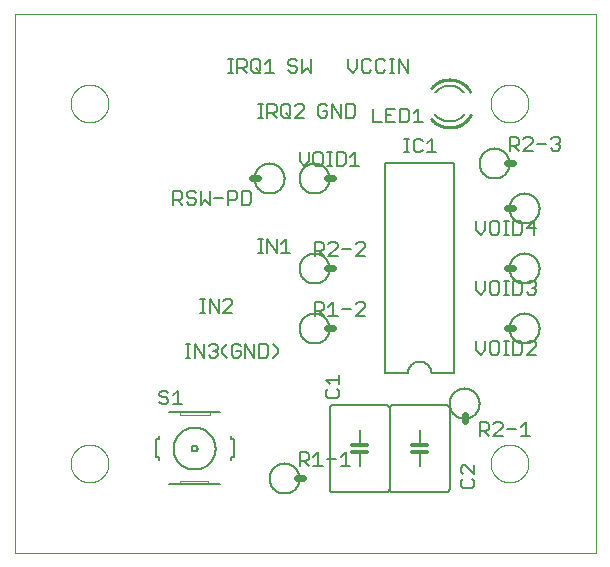
<source format=gto>
G75*
%MOIN*%
%OFA0B0*%
%FSLAX25Y25*%
%IPPOS*%
%LPD*%
%AMOC8*
5,1,8,0,0,1.08239X$1,22.5*
%
%ADD10C,0.00000*%
%ADD11C,0.01200*%
%ADD12C,0.00600*%
%ADD13C,0.00500*%
%ADD14C,0.02400*%
%ADD15C,0.00200*%
%ADD16C,0.01000*%
D10*
X0001000Y0001000D02*
X0001000Y0180961D01*
X0194701Y0180961D01*
X0194701Y0001000D01*
X0001000Y0001000D01*
X0019701Y0031000D02*
X0019703Y0031158D01*
X0019709Y0031316D01*
X0019719Y0031474D01*
X0019733Y0031632D01*
X0019751Y0031789D01*
X0019772Y0031946D01*
X0019798Y0032102D01*
X0019828Y0032258D01*
X0019861Y0032413D01*
X0019899Y0032566D01*
X0019940Y0032719D01*
X0019985Y0032871D01*
X0020034Y0033022D01*
X0020087Y0033171D01*
X0020143Y0033319D01*
X0020203Y0033465D01*
X0020267Y0033610D01*
X0020335Y0033753D01*
X0020406Y0033895D01*
X0020480Y0034035D01*
X0020558Y0034172D01*
X0020640Y0034308D01*
X0020724Y0034442D01*
X0020813Y0034573D01*
X0020904Y0034702D01*
X0020999Y0034829D01*
X0021096Y0034954D01*
X0021197Y0035076D01*
X0021301Y0035195D01*
X0021408Y0035312D01*
X0021518Y0035426D01*
X0021631Y0035537D01*
X0021746Y0035646D01*
X0021864Y0035751D01*
X0021985Y0035853D01*
X0022108Y0035953D01*
X0022234Y0036049D01*
X0022362Y0036142D01*
X0022492Y0036232D01*
X0022625Y0036318D01*
X0022760Y0036402D01*
X0022896Y0036481D01*
X0023035Y0036558D01*
X0023176Y0036630D01*
X0023318Y0036700D01*
X0023462Y0036765D01*
X0023608Y0036827D01*
X0023755Y0036885D01*
X0023904Y0036940D01*
X0024054Y0036991D01*
X0024205Y0037038D01*
X0024357Y0037081D01*
X0024510Y0037120D01*
X0024665Y0037156D01*
X0024820Y0037187D01*
X0024976Y0037215D01*
X0025132Y0037239D01*
X0025289Y0037259D01*
X0025447Y0037275D01*
X0025604Y0037287D01*
X0025763Y0037295D01*
X0025921Y0037299D01*
X0026079Y0037299D01*
X0026237Y0037295D01*
X0026396Y0037287D01*
X0026553Y0037275D01*
X0026711Y0037259D01*
X0026868Y0037239D01*
X0027024Y0037215D01*
X0027180Y0037187D01*
X0027335Y0037156D01*
X0027490Y0037120D01*
X0027643Y0037081D01*
X0027795Y0037038D01*
X0027946Y0036991D01*
X0028096Y0036940D01*
X0028245Y0036885D01*
X0028392Y0036827D01*
X0028538Y0036765D01*
X0028682Y0036700D01*
X0028824Y0036630D01*
X0028965Y0036558D01*
X0029104Y0036481D01*
X0029240Y0036402D01*
X0029375Y0036318D01*
X0029508Y0036232D01*
X0029638Y0036142D01*
X0029766Y0036049D01*
X0029892Y0035953D01*
X0030015Y0035853D01*
X0030136Y0035751D01*
X0030254Y0035646D01*
X0030369Y0035537D01*
X0030482Y0035426D01*
X0030592Y0035312D01*
X0030699Y0035195D01*
X0030803Y0035076D01*
X0030904Y0034954D01*
X0031001Y0034829D01*
X0031096Y0034702D01*
X0031187Y0034573D01*
X0031276Y0034442D01*
X0031360Y0034308D01*
X0031442Y0034172D01*
X0031520Y0034035D01*
X0031594Y0033895D01*
X0031665Y0033753D01*
X0031733Y0033610D01*
X0031797Y0033465D01*
X0031857Y0033319D01*
X0031913Y0033171D01*
X0031966Y0033022D01*
X0032015Y0032871D01*
X0032060Y0032719D01*
X0032101Y0032566D01*
X0032139Y0032413D01*
X0032172Y0032258D01*
X0032202Y0032102D01*
X0032228Y0031946D01*
X0032249Y0031789D01*
X0032267Y0031632D01*
X0032281Y0031474D01*
X0032291Y0031316D01*
X0032297Y0031158D01*
X0032299Y0031000D01*
X0032297Y0030842D01*
X0032291Y0030684D01*
X0032281Y0030526D01*
X0032267Y0030368D01*
X0032249Y0030211D01*
X0032228Y0030054D01*
X0032202Y0029898D01*
X0032172Y0029742D01*
X0032139Y0029587D01*
X0032101Y0029434D01*
X0032060Y0029281D01*
X0032015Y0029129D01*
X0031966Y0028978D01*
X0031913Y0028829D01*
X0031857Y0028681D01*
X0031797Y0028535D01*
X0031733Y0028390D01*
X0031665Y0028247D01*
X0031594Y0028105D01*
X0031520Y0027965D01*
X0031442Y0027828D01*
X0031360Y0027692D01*
X0031276Y0027558D01*
X0031187Y0027427D01*
X0031096Y0027298D01*
X0031001Y0027171D01*
X0030904Y0027046D01*
X0030803Y0026924D01*
X0030699Y0026805D01*
X0030592Y0026688D01*
X0030482Y0026574D01*
X0030369Y0026463D01*
X0030254Y0026354D01*
X0030136Y0026249D01*
X0030015Y0026147D01*
X0029892Y0026047D01*
X0029766Y0025951D01*
X0029638Y0025858D01*
X0029508Y0025768D01*
X0029375Y0025682D01*
X0029240Y0025598D01*
X0029104Y0025519D01*
X0028965Y0025442D01*
X0028824Y0025370D01*
X0028682Y0025300D01*
X0028538Y0025235D01*
X0028392Y0025173D01*
X0028245Y0025115D01*
X0028096Y0025060D01*
X0027946Y0025009D01*
X0027795Y0024962D01*
X0027643Y0024919D01*
X0027490Y0024880D01*
X0027335Y0024844D01*
X0027180Y0024813D01*
X0027024Y0024785D01*
X0026868Y0024761D01*
X0026711Y0024741D01*
X0026553Y0024725D01*
X0026396Y0024713D01*
X0026237Y0024705D01*
X0026079Y0024701D01*
X0025921Y0024701D01*
X0025763Y0024705D01*
X0025604Y0024713D01*
X0025447Y0024725D01*
X0025289Y0024741D01*
X0025132Y0024761D01*
X0024976Y0024785D01*
X0024820Y0024813D01*
X0024665Y0024844D01*
X0024510Y0024880D01*
X0024357Y0024919D01*
X0024205Y0024962D01*
X0024054Y0025009D01*
X0023904Y0025060D01*
X0023755Y0025115D01*
X0023608Y0025173D01*
X0023462Y0025235D01*
X0023318Y0025300D01*
X0023176Y0025370D01*
X0023035Y0025442D01*
X0022896Y0025519D01*
X0022760Y0025598D01*
X0022625Y0025682D01*
X0022492Y0025768D01*
X0022362Y0025858D01*
X0022234Y0025951D01*
X0022108Y0026047D01*
X0021985Y0026147D01*
X0021864Y0026249D01*
X0021746Y0026354D01*
X0021631Y0026463D01*
X0021518Y0026574D01*
X0021408Y0026688D01*
X0021301Y0026805D01*
X0021197Y0026924D01*
X0021096Y0027046D01*
X0020999Y0027171D01*
X0020904Y0027298D01*
X0020813Y0027427D01*
X0020724Y0027558D01*
X0020640Y0027692D01*
X0020558Y0027828D01*
X0020480Y0027965D01*
X0020406Y0028105D01*
X0020335Y0028247D01*
X0020267Y0028390D01*
X0020203Y0028535D01*
X0020143Y0028681D01*
X0020087Y0028829D01*
X0020034Y0028978D01*
X0019985Y0029129D01*
X0019940Y0029281D01*
X0019899Y0029434D01*
X0019861Y0029587D01*
X0019828Y0029742D01*
X0019798Y0029898D01*
X0019772Y0030054D01*
X0019751Y0030211D01*
X0019733Y0030368D01*
X0019719Y0030526D01*
X0019709Y0030684D01*
X0019703Y0030842D01*
X0019701Y0031000D01*
X0019701Y0151000D02*
X0019703Y0151158D01*
X0019709Y0151316D01*
X0019719Y0151474D01*
X0019733Y0151632D01*
X0019751Y0151789D01*
X0019772Y0151946D01*
X0019798Y0152102D01*
X0019828Y0152258D01*
X0019861Y0152413D01*
X0019899Y0152566D01*
X0019940Y0152719D01*
X0019985Y0152871D01*
X0020034Y0153022D01*
X0020087Y0153171D01*
X0020143Y0153319D01*
X0020203Y0153465D01*
X0020267Y0153610D01*
X0020335Y0153753D01*
X0020406Y0153895D01*
X0020480Y0154035D01*
X0020558Y0154172D01*
X0020640Y0154308D01*
X0020724Y0154442D01*
X0020813Y0154573D01*
X0020904Y0154702D01*
X0020999Y0154829D01*
X0021096Y0154954D01*
X0021197Y0155076D01*
X0021301Y0155195D01*
X0021408Y0155312D01*
X0021518Y0155426D01*
X0021631Y0155537D01*
X0021746Y0155646D01*
X0021864Y0155751D01*
X0021985Y0155853D01*
X0022108Y0155953D01*
X0022234Y0156049D01*
X0022362Y0156142D01*
X0022492Y0156232D01*
X0022625Y0156318D01*
X0022760Y0156402D01*
X0022896Y0156481D01*
X0023035Y0156558D01*
X0023176Y0156630D01*
X0023318Y0156700D01*
X0023462Y0156765D01*
X0023608Y0156827D01*
X0023755Y0156885D01*
X0023904Y0156940D01*
X0024054Y0156991D01*
X0024205Y0157038D01*
X0024357Y0157081D01*
X0024510Y0157120D01*
X0024665Y0157156D01*
X0024820Y0157187D01*
X0024976Y0157215D01*
X0025132Y0157239D01*
X0025289Y0157259D01*
X0025447Y0157275D01*
X0025604Y0157287D01*
X0025763Y0157295D01*
X0025921Y0157299D01*
X0026079Y0157299D01*
X0026237Y0157295D01*
X0026396Y0157287D01*
X0026553Y0157275D01*
X0026711Y0157259D01*
X0026868Y0157239D01*
X0027024Y0157215D01*
X0027180Y0157187D01*
X0027335Y0157156D01*
X0027490Y0157120D01*
X0027643Y0157081D01*
X0027795Y0157038D01*
X0027946Y0156991D01*
X0028096Y0156940D01*
X0028245Y0156885D01*
X0028392Y0156827D01*
X0028538Y0156765D01*
X0028682Y0156700D01*
X0028824Y0156630D01*
X0028965Y0156558D01*
X0029104Y0156481D01*
X0029240Y0156402D01*
X0029375Y0156318D01*
X0029508Y0156232D01*
X0029638Y0156142D01*
X0029766Y0156049D01*
X0029892Y0155953D01*
X0030015Y0155853D01*
X0030136Y0155751D01*
X0030254Y0155646D01*
X0030369Y0155537D01*
X0030482Y0155426D01*
X0030592Y0155312D01*
X0030699Y0155195D01*
X0030803Y0155076D01*
X0030904Y0154954D01*
X0031001Y0154829D01*
X0031096Y0154702D01*
X0031187Y0154573D01*
X0031276Y0154442D01*
X0031360Y0154308D01*
X0031442Y0154172D01*
X0031520Y0154035D01*
X0031594Y0153895D01*
X0031665Y0153753D01*
X0031733Y0153610D01*
X0031797Y0153465D01*
X0031857Y0153319D01*
X0031913Y0153171D01*
X0031966Y0153022D01*
X0032015Y0152871D01*
X0032060Y0152719D01*
X0032101Y0152566D01*
X0032139Y0152413D01*
X0032172Y0152258D01*
X0032202Y0152102D01*
X0032228Y0151946D01*
X0032249Y0151789D01*
X0032267Y0151632D01*
X0032281Y0151474D01*
X0032291Y0151316D01*
X0032297Y0151158D01*
X0032299Y0151000D01*
X0032297Y0150842D01*
X0032291Y0150684D01*
X0032281Y0150526D01*
X0032267Y0150368D01*
X0032249Y0150211D01*
X0032228Y0150054D01*
X0032202Y0149898D01*
X0032172Y0149742D01*
X0032139Y0149587D01*
X0032101Y0149434D01*
X0032060Y0149281D01*
X0032015Y0149129D01*
X0031966Y0148978D01*
X0031913Y0148829D01*
X0031857Y0148681D01*
X0031797Y0148535D01*
X0031733Y0148390D01*
X0031665Y0148247D01*
X0031594Y0148105D01*
X0031520Y0147965D01*
X0031442Y0147828D01*
X0031360Y0147692D01*
X0031276Y0147558D01*
X0031187Y0147427D01*
X0031096Y0147298D01*
X0031001Y0147171D01*
X0030904Y0147046D01*
X0030803Y0146924D01*
X0030699Y0146805D01*
X0030592Y0146688D01*
X0030482Y0146574D01*
X0030369Y0146463D01*
X0030254Y0146354D01*
X0030136Y0146249D01*
X0030015Y0146147D01*
X0029892Y0146047D01*
X0029766Y0145951D01*
X0029638Y0145858D01*
X0029508Y0145768D01*
X0029375Y0145682D01*
X0029240Y0145598D01*
X0029104Y0145519D01*
X0028965Y0145442D01*
X0028824Y0145370D01*
X0028682Y0145300D01*
X0028538Y0145235D01*
X0028392Y0145173D01*
X0028245Y0145115D01*
X0028096Y0145060D01*
X0027946Y0145009D01*
X0027795Y0144962D01*
X0027643Y0144919D01*
X0027490Y0144880D01*
X0027335Y0144844D01*
X0027180Y0144813D01*
X0027024Y0144785D01*
X0026868Y0144761D01*
X0026711Y0144741D01*
X0026553Y0144725D01*
X0026396Y0144713D01*
X0026237Y0144705D01*
X0026079Y0144701D01*
X0025921Y0144701D01*
X0025763Y0144705D01*
X0025604Y0144713D01*
X0025447Y0144725D01*
X0025289Y0144741D01*
X0025132Y0144761D01*
X0024976Y0144785D01*
X0024820Y0144813D01*
X0024665Y0144844D01*
X0024510Y0144880D01*
X0024357Y0144919D01*
X0024205Y0144962D01*
X0024054Y0145009D01*
X0023904Y0145060D01*
X0023755Y0145115D01*
X0023608Y0145173D01*
X0023462Y0145235D01*
X0023318Y0145300D01*
X0023176Y0145370D01*
X0023035Y0145442D01*
X0022896Y0145519D01*
X0022760Y0145598D01*
X0022625Y0145682D01*
X0022492Y0145768D01*
X0022362Y0145858D01*
X0022234Y0145951D01*
X0022108Y0146047D01*
X0021985Y0146147D01*
X0021864Y0146249D01*
X0021746Y0146354D01*
X0021631Y0146463D01*
X0021518Y0146574D01*
X0021408Y0146688D01*
X0021301Y0146805D01*
X0021197Y0146924D01*
X0021096Y0147046D01*
X0020999Y0147171D01*
X0020904Y0147298D01*
X0020813Y0147427D01*
X0020724Y0147558D01*
X0020640Y0147692D01*
X0020558Y0147828D01*
X0020480Y0147965D01*
X0020406Y0148105D01*
X0020335Y0148247D01*
X0020267Y0148390D01*
X0020203Y0148535D01*
X0020143Y0148681D01*
X0020087Y0148829D01*
X0020034Y0148978D01*
X0019985Y0149129D01*
X0019940Y0149281D01*
X0019899Y0149434D01*
X0019861Y0149587D01*
X0019828Y0149742D01*
X0019798Y0149898D01*
X0019772Y0150054D01*
X0019751Y0150211D01*
X0019733Y0150368D01*
X0019719Y0150526D01*
X0019709Y0150684D01*
X0019703Y0150842D01*
X0019701Y0151000D01*
X0159701Y0151000D02*
X0159703Y0151158D01*
X0159709Y0151316D01*
X0159719Y0151474D01*
X0159733Y0151632D01*
X0159751Y0151789D01*
X0159772Y0151946D01*
X0159798Y0152102D01*
X0159828Y0152258D01*
X0159861Y0152413D01*
X0159899Y0152566D01*
X0159940Y0152719D01*
X0159985Y0152871D01*
X0160034Y0153022D01*
X0160087Y0153171D01*
X0160143Y0153319D01*
X0160203Y0153465D01*
X0160267Y0153610D01*
X0160335Y0153753D01*
X0160406Y0153895D01*
X0160480Y0154035D01*
X0160558Y0154172D01*
X0160640Y0154308D01*
X0160724Y0154442D01*
X0160813Y0154573D01*
X0160904Y0154702D01*
X0160999Y0154829D01*
X0161096Y0154954D01*
X0161197Y0155076D01*
X0161301Y0155195D01*
X0161408Y0155312D01*
X0161518Y0155426D01*
X0161631Y0155537D01*
X0161746Y0155646D01*
X0161864Y0155751D01*
X0161985Y0155853D01*
X0162108Y0155953D01*
X0162234Y0156049D01*
X0162362Y0156142D01*
X0162492Y0156232D01*
X0162625Y0156318D01*
X0162760Y0156402D01*
X0162896Y0156481D01*
X0163035Y0156558D01*
X0163176Y0156630D01*
X0163318Y0156700D01*
X0163462Y0156765D01*
X0163608Y0156827D01*
X0163755Y0156885D01*
X0163904Y0156940D01*
X0164054Y0156991D01*
X0164205Y0157038D01*
X0164357Y0157081D01*
X0164510Y0157120D01*
X0164665Y0157156D01*
X0164820Y0157187D01*
X0164976Y0157215D01*
X0165132Y0157239D01*
X0165289Y0157259D01*
X0165447Y0157275D01*
X0165604Y0157287D01*
X0165763Y0157295D01*
X0165921Y0157299D01*
X0166079Y0157299D01*
X0166237Y0157295D01*
X0166396Y0157287D01*
X0166553Y0157275D01*
X0166711Y0157259D01*
X0166868Y0157239D01*
X0167024Y0157215D01*
X0167180Y0157187D01*
X0167335Y0157156D01*
X0167490Y0157120D01*
X0167643Y0157081D01*
X0167795Y0157038D01*
X0167946Y0156991D01*
X0168096Y0156940D01*
X0168245Y0156885D01*
X0168392Y0156827D01*
X0168538Y0156765D01*
X0168682Y0156700D01*
X0168824Y0156630D01*
X0168965Y0156558D01*
X0169104Y0156481D01*
X0169240Y0156402D01*
X0169375Y0156318D01*
X0169508Y0156232D01*
X0169638Y0156142D01*
X0169766Y0156049D01*
X0169892Y0155953D01*
X0170015Y0155853D01*
X0170136Y0155751D01*
X0170254Y0155646D01*
X0170369Y0155537D01*
X0170482Y0155426D01*
X0170592Y0155312D01*
X0170699Y0155195D01*
X0170803Y0155076D01*
X0170904Y0154954D01*
X0171001Y0154829D01*
X0171096Y0154702D01*
X0171187Y0154573D01*
X0171276Y0154442D01*
X0171360Y0154308D01*
X0171442Y0154172D01*
X0171520Y0154035D01*
X0171594Y0153895D01*
X0171665Y0153753D01*
X0171733Y0153610D01*
X0171797Y0153465D01*
X0171857Y0153319D01*
X0171913Y0153171D01*
X0171966Y0153022D01*
X0172015Y0152871D01*
X0172060Y0152719D01*
X0172101Y0152566D01*
X0172139Y0152413D01*
X0172172Y0152258D01*
X0172202Y0152102D01*
X0172228Y0151946D01*
X0172249Y0151789D01*
X0172267Y0151632D01*
X0172281Y0151474D01*
X0172291Y0151316D01*
X0172297Y0151158D01*
X0172299Y0151000D01*
X0172297Y0150842D01*
X0172291Y0150684D01*
X0172281Y0150526D01*
X0172267Y0150368D01*
X0172249Y0150211D01*
X0172228Y0150054D01*
X0172202Y0149898D01*
X0172172Y0149742D01*
X0172139Y0149587D01*
X0172101Y0149434D01*
X0172060Y0149281D01*
X0172015Y0149129D01*
X0171966Y0148978D01*
X0171913Y0148829D01*
X0171857Y0148681D01*
X0171797Y0148535D01*
X0171733Y0148390D01*
X0171665Y0148247D01*
X0171594Y0148105D01*
X0171520Y0147965D01*
X0171442Y0147828D01*
X0171360Y0147692D01*
X0171276Y0147558D01*
X0171187Y0147427D01*
X0171096Y0147298D01*
X0171001Y0147171D01*
X0170904Y0147046D01*
X0170803Y0146924D01*
X0170699Y0146805D01*
X0170592Y0146688D01*
X0170482Y0146574D01*
X0170369Y0146463D01*
X0170254Y0146354D01*
X0170136Y0146249D01*
X0170015Y0146147D01*
X0169892Y0146047D01*
X0169766Y0145951D01*
X0169638Y0145858D01*
X0169508Y0145768D01*
X0169375Y0145682D01*
X0169240Y0145598D01*
X0169104Y0145519D01*
X0168965Y0145442D01*
X0168824Y0145370D01*
X0168682Y0145300D01*
X0168538Y0145235D01*
X0168392Y0145173D01*
X0168245Y0145115D01*
X0168096Y0145060D01*
X0167946Y0145009D01*
X0167795Y0144962D01*
X0167643Y0144919D01*
X0167490Y0144880D01*
X0167335Y0144844D01*
X0167180Y0144813D01*
X0167024Y0144785D01*
X0166868Y0144761D01*
X0166711Y0144741D01*
X0166553Y0144725D01*
X0166396Y0144713D01*
X0166237Y0144705D01*
X0166079Y0144701D01*
X0165921Y0144701D01*
X0165763Y0144705D01*
X0165604Y0144713D01*
X0165447Y0144725D01*
X0165289Y0144741D01*
X0165132Y0144761D01*
X0164976Y0144785D01*
X0164820Y0144813D01*
X0164665Y0144844D01*
X0164510Y0144880D01*
X0164357Y0144919D01*
X0164205Y0144962D01*
X0164054Y0145009D01*
X0163904Y0145060D01*
X0163755Y0145115D01*
X0163608Y0145173D01*
X0163462Y0145235D01*
X0163318Y0145300D01*
X0163176Y0145370D01*
X0163035Y0145442D01*
X0162896Y0145519D01*
X0162760Y0145598D01*
X0162625Y0145682D01*
X0162492Y0145768D01*
X0162362Y0145858D01*
X0162234Y0145951D01*
X0162108Y0146047D01*
X0161985Y0146147D01*
X0161864Y0146249D01*
X0161746Y0146354D01*
X0161631Y0146463D01*
X0161518Y0146574D01*
X0161408Y0146688D01*
X0161301Y0146805D01*
X0161197Y0146924D01*
X0161096Y0147046D01*
X0160999Y0147171D01*
X0160904Y0147298D01*
X0160813Y0147427D01*
X0160724Y0147558D01*
X0160640Y0147692D01*
X0160558Y0147828D01*
X0160480Y0147965D01*
X0160406Y0148105D01*
X0160335Y0148247D01*
X0160267Y0148390D01*
X0160203Y0148535D01*
X0160143Y0148681D01*
X0160087Y0148829D01*
X0160034Y0148978D01*
X0159985Y0149129D01*
X0159940Y0149281D01*
X0159899Y0149434D01*
X0159861Y0149587D01*
X0159828Y0149742D01*
X0159798Y0149898D01*
X0159772Y0150054D01*
X0159751Y0150211D01*
X0159733Y0150368D01*
X0159719Y0150526D01*
X0159709Y0150684D01*
X0159703Y0150842D01*
X0159701Y0151000D01*
X0159701Y0031000D02*
X0159703Y0031158D01*
X0159709Y0031316D01*
X0159719Y0031474D01*
X0159733Y0031632D01*
X0159751Y0031789D01*
X0159772Y0031946D01*
X0159798Y0032102D01*
X0159828Y0032258D01*
X0159861Y0032413D01*
X0159899Y0032566D01*
X0159940Y0032719D01*
X0159985Y0032871D01*
X0160034Y0033022D01*
X0160087Y0033171D01*
X0160143Y0033319D01*
X0160203Y0033465D01*
X0160267Y0033610D01*
X0160335Y0033753D01*
X0160406Y0033895D01*
X0160480Y0034035D01*
X0160558Y0034172D01*
X0160640Y0034308D01*
X0160724Y0034442D01*
X0160813Y0034573D01*
X0160904Y0034702D01*
X0160999Y0034829D01*
X0161096Y0034954D01*
X0161197Y0035076D01*
X0161301Y0035195D01*
X0161408Y0035312D01*
X0161518Y0035426D01*
X0161631Y0035537D01*
X0161746Y0035646D01*
X0161864Y0035751D01*
X0161985Y0035853D01*
X0162108Y0035953D01*
X0162234Y0036049D01*
X0162362Y0036142D01*
X0162492Y0036232D01*
X0162625Y0036318D01*
X0162760Y0036402D01*
X0162896Y0036481D01*
X0163035Y0036558D01*
X0163176Y0036630D01*
X0163318Y0036700D01*
X0163462Y0036765D01*
X0163608Y0036827D01*
X0163755Y0036885D01*
X0163904Y0036940D01*
X0164054Y0036991D01*
X0164205Y0037038D01*
X0164357Y0037081D01*
X0164510Y0037120D01*
X0164665Y0037156D01*
X0164820Y0037187D01*
X0164976Y0037215D01*
X0165132Y0037239D01*
X0165289Y0037259D01*
X0165447Y0037275D01*
X0165604Y0037287D01*
X0165763Y0037295D01*
X0165921Y0037299D01*
X0166079Y0037299D01*
X0166237Y0037295D01*
X0166396Y0037287D01*
X0166553Y0037275D01*
X0166711Y0037259D01*
X0166868Y0037239D01*
X0167024Y0037215D01*
X0167180Y0037187D01*
X0167335Y0037156D01*
X0167490Y0037120D01*
X0167643Y0037081D01*
X0167795Y0037038D01*
X0167946Y0036991D01*
X0168096Y0036940D01*
X0168245Y0036885D01*
X0168392Y0036827D01*
X0168538Y0036765D01*
X0168682Y0036700D01*
X0168824Y0036630D01*
X0168965Y0036558D01*
X0169104Y0036481D01*
X0169240Y0036402D01*
X0169375Y0036318D01*
X0169508Y0036232D01*
X0169638Y0036142D01*
X0169766Y0036049D01*
X0169892Y0035953D01*
X0170015Y0035853D01*
X0170136Y0035751D01*
X0170254Y0035646D01*
X0170369Y0035537D01*
X0170482Y0035426D01*
X0170592Y0035312D01*
X0170699Y0035195D01*
X0170803Y0035076D01*
X0170904Y0034954D01*
X0171001Y0034829D01*
X0171096Y0034702D01*
X0171187Y0034573D01*
X0171276Y0034442D01*
X0171360Y0034308D01*
X0171442Y0034172D01*
X0171520Y0034035D01*
X0171594Y0033895D01*
X0171665Y0033753D01*
X0171733Y0033610D01*
X0171797Y0033465D01*
X0171857Y0033319D01*
X0171913Y0033171D01*
X0171966Y0033022D01*
X0172015Y0032871D01*
X0172060Y0032719D01*
X0172101Y0032566D01*
X0172139Y0032413D01*
X0172172Y0032258D01*
X0172202Y0032102D01*
X0172228Y0031946D01*
X0172249Y0031789D01*
X0172267Y0031632D01*
X0172281Y0031474D01*
X0172291Y0031316D01*
X0172297Y0031158D01*
X0172299Y0031000D01*
X0172297Y0030842D01*
X0172291Y0030684D01*
X0172281Y0030526D01*
X0172267Y0030368D01*
X0172249Y0030211D01*
X0172228Y0030054D01*
X0172202Y0029898D01*
X0172172Y0029742D01*
X0172139Y0029587D01*
X0172101Y0029434D01*
X0172060Y0029281D01*
X0172015Y0029129D01*
X0171966Y0028978D01*
X0171913Y0028829D01*
X0171857Y0028681D01*
X0171797Y0028535D01*
X0171733Y0028390D01*
X0171665Y0028247D01*
X0171594Y0028105D01*
X0171520Y0027965D01*
X0171442Y0027828D01*
X0171360Y0027692D01*
X0171276Y0027558D01*
X0171187Y0027427D01*
X0171096Y0027298D01*
X0171001Y0027171D01*
X0170904Y0027046D01*
X0170803Y0026924D01*
X0170699Y0026805D01*
X0170592Y0026688D01*
X0170482Y0026574D01*
X0170369Y0026463D01*
X0170254Y0026354D01*
X0170136Y0026249D01*
X0170015Y0026147D01*
X0169892Y0026047D01*
X0169766Y0025951D01*
X0169638Y0025858D01*
X0169508Y0025768D01*
X0169375Y0025682D01*
X0169240Y0025598D01*
X0169104Y0025519D01*
X0168965Y0025442D01*
X0168824Y0025370D01*
X0168682Y0025300D01*
X0168538Y0025235D01*
X0168392Y0025173D01*
X0168245Y0025115D01*
X0168096Y0025060D01*
X0167946Y0025009D01*
X0167795Y0024962D01*
X0167643Y0024919D01*
X0167490Y0024880D01*
X0167335Y0024844D01*
X0167180Y0024813D01*
X0167024Y0024785D01*
X0166868Y0024761D01*
X0166711Y0024741D01*
X0166553Y0024725D01*
X0166396Y0024713D01*
X0166237Y0024705D01*
X0166079Y0024701D01*
X0165921Y0024701D01*
X0165763Y0024705D01*
X0165604Y0024713D01*
X0165447Y0024725D01*
X0165289Y0024741D01*
X0165132Y0024761D01*
X0164976Y0024785D01*
X0164820Y0024813D01*
X0164665Y0024844D01*
X0164510Y0024880D01*
X0164357Y0024919D01*
X0164205Y0024962D01*
X0164054Y0025009D01*
X0163904Y0025060D01*
X0163755Y0025115D01*
X0163608Y0025173D01*
X0163462Y0025235D01*
X0163318Y0025300D01*
X0163176Y0025370D01*
X0163035Y0025442D01*
X0162896Y0025519D01*
X0162760Y0025598D01*
X0162625Y0025682D01*
X0162492Y0025768D01*
X0162362Y0025858D01*
X0162234Y0025951D01*
X0162108Y0026047D01*
X0161985Y0026147D01*
X0161864Y0026249D01*
X0161746Y0026354D01*
X0161631Y0026463D01*
X0161518Y0026574D01*
X0161408Y0026688D01*
X0161301Y0026805D01*
X0161197Y0026924D01*
X0161096Y0027046D01*
X0160999Y0027171D01*
X0160904Y0027298D01*
X0160813Y0027427D01*
X0160724Y0027558D01*
X0160640Y0027692D01*
X0160558Y0027828D01*
X0160480Y0027965D01*
X0160406Y0028105D01*
X0160335Y0028247D01*
X0160267Y0028390D01*
X0160203Y0028535D01*
X0160143Y0028681D01*
X0160087Y0028829D01*
X0160034Y0028978D01*
X0159985Y0029129D01*
X0159940Y0029281D01*
X0159899Y0029434D01*
X0159861Y0029587D01*
X0159828Y0029742D01*
X0159798Y0029898D01*
X0159772Y0030054D01*
X0159751Y0030211D01*
X0159733Y0030368D01*
X0159719Y0030526D01*
X0159709Y0030684D01*
X0159703Y0030842D01*
X0159701Y0031000D01*
D11*
X0138500Y0034800D02*
X0136000Y0034800D01*
X0133500Y0034800D01*
X0133500Y0037300D02*
X0136000Y0037300D01*
X0138500Y0037300D01*
X0118500Y0037300D02*
X0116000Y0037300D01*
X0113500Y0037300D01*
X0113500Y0034800D02*
X0116000Y0034800D01*
X0118500Y0034800D01*
D12*
X0116000Y0034800D02*
X0116000Y0030000D01*
X0116000Y0037300D02*
X0116000Y0042000D01*
X0125000Y0050500D02*
X0125060Y0050498D01*
X0125121Y0050493D01*
X0125180Y0050484D01*
X0125239Y0050471D01*
X0125298Y0050455D01*
X0125355Y0050435D01*
X0125410Y0050412D01*
X0125465Y0050385D01*
X0125517Y0050356D01*
X0125568Y0050323D01*
X0125617Y0050287D01*
X0125663Y0050249D01*
X0125707Y0050207D01*
X0125749Y0050163D01*
X0125787Y0050117D01*
X0125823Y0050068D01*
X0125856Y0050017D01*
X0125885Y0049965D01*
X0125912Y0049910D01*
X0125935Y0049855D01*
X0125955Y0049798D01*
X0125971Y0049739D01*
X0125984Y0049680D01*
X0125993Y0049621D01*
X0125998Y0049560D01*
X0126000Y0049500D01*
X0126000Y0022500D01*
X0126000Y0049500D01*
X0126002Y0049560D01*
X0126007Y0049621D01*
X0126016Y0049680D01*
X0126029Y0049739D01*
X0126045Y0049798D01*
X0126065Y0049855D01*
X0126088Y0049910D01*
X0126115Y0049965D01*
X0126144Y0050017D01*
X0126177Y0050068D01*
X0126213Y0050117D01*
X0126251Y0050163D01*
X0126293Y0050207D01*
X0126337Y0050249D01*
X0126383Y0050287D01*
X0126432Y0050323D01*
X0126483Y0050356D01*
X0126535Y0050385D01*
X0126590Y0050412D01*
X0126645Y0050435D01*
X0126702Y0050455D01*
X0126761Y0050471D01*
X0126820Y0050484D01*
X0126879Y0050493D01*
X0126940Y0050498D01*
X0127000Y0050500D01*
X0145000Y0050500D01*
X0145060Y0050498D01*
X0145121Y0050493D01*
X0145180Y0050484D01*
X0145239Y0050471D01*
X0145298Y0050455D01*
X0145355Y0050435D01*
X0145410Y0050412D01*
X0145465Y0050385D01*
X0145517Y0050356D01*
X0145568Y0050323D01*
X0145617Y0050287D01*
X0145663Y0050249D01*
X0145707Y0050207D01*
X0145749Y0050163D01*
X0145787Y0050117D01*
X0145823Y0050068D01*
X0145856Y0050017D01*
X0145885Y0049965D01*
X0145912Y0049910D01*
X0145935Y0049855D01*
X0145955Y0049798D01*
X0145971Y0049739D01*
X0145984Y0049680D01*
X0145993Y0049621D01*
X0145998Y0049560D01*
X0146000Y0049500D01*
X0146000Y0022500D01*
X0145998Y0022440D01*
X0145993Y0022379D01*
X0145984Y0022320D01*
X0145971Y0022261D01*
X0145955Y0022202D01*
X0145935Y0022145D01*
X0145912Y0022090D01*
X0145885Y0022035D01*
X0145856Y0021983D01*
X0145823Y0021932D01*
X0145787Y0021883D01*
X0145749Y0021837D01*
X0145707Y0021793D01*
X0145663Y0021751D01*
X0145617Y0021713D01*
X0145568Y0021677D01*
X0145517Y0021644D01*
X0145465Y0021615D01*
X0145410Y0021588D01*
X0145355Y0021565D01*
X0145298Y0021545D01*
X0145239Y0021529D01*
X0145180Y0021516D01*
X0145121Y0021507D01*
X0145060Y0021502D01*
X0145000Y0021500D01*
X0127000Y0021500D01*
X0126940Y0021502D01*
X0126879Y0021507D01*
X0126820Y0021516D01*
X0126761Y0021529D01*
X0126702Y0021545D01*
X0126645Y0021565D01*
X0126590Y0021588D01*
X0126535Y0021615D01*
X0126483Y0021644D01*
X0126432Y0021677D01*
X0126383Y0021713D01*
X0126337Y0021751D01*
X0126293Y0021793D01*
X0126251Y0021837D01*
X0126213Y0021883D01*
X0126177Y0021932D01*
X0126144Y0021983D01*
X0126115Y0022035D01*
X0126088Y0022090D01*
X0126065Y0022145D01*
X0126045Y0022202D01*
X0126029Y0022261D01*
X0126016Y0022320D01*
X0126007Y0022379D01*
X0126002Y0022440D01*
X0126000Y0022500D01*
X0125998Y0022440D01*
X0125993Y0022379D01*
X0125984Y0022320D01*
X0125971Y0022261D01*
X0125955Y0022202D01*
X0125935Y0022145D01*
X0125912Y0022090D01*
X0125885Y0022035D01*
X0125856Y0021983D01*
X0125823Y0021932D01*
X0125787Y0021883D01*
X0125749Y0021837D01*
X0125707Y0021793D01*
X0125663Y0021751D01*
X0125617Y0021713D01*
X0125568Y0021677D01*
X0125517Y0021644D01*
X0125465Y0021615D01*
X0125410Y0021588D01*
X0125355Y0021565D01*
X0125298Y0021545D01*
X0125239Y0021529D01*
X0125180Y0021516D01*
X0125121Y0021507D01*
X0125060Y0021502D01*
X0125000Y0021500D01*
X0107000Y0021500D01*
X0106940Y0021502D01*
X0106879Y0021507D01*
X0106820Y0021516D01*
X0106761Y0021529D01*
X0106702Y0021545D01*
X0106645Y0021565D01*
X0106590Y0021588D01*
X0106535Y0021615D01*
X0106483Y0021644D01*
X0106432Y0021677D01*
X0106383Y0021713D01*
X0106337Y0021751D01*
X0106293Y0021793D01*
X0106251Y0021837D01*
X0106213Y0021883D01*
X0106177Y0021932D01*
X0106144Y0021983D01*
X0106115Y0022035D01*
X0106088Y0022090D01*
X0106065Y0022145D01*
X0106045Y0022202D01*
X0106029Y0022261D01*
X0106016Y0022320D01*
X0106007Y0022379D01*
X0106002Y0022440D01*
X0106000Y0022500D01*
X0106000Y0049500D01*
X0106002Y0049560D01*
X0106007Y0049621D01*
X0106016Y0049680D01*
X0106029Y0049739D01*
X0106045Y0049798D01*
X0106065Y0049855D01*
X0106088Y0049910D01*
X0106115Y0049965D01*
X0106144Y0050017D01*
X0106177Y0050068D01*
X0106213Y0050117D01*
X0106251Y0050163D01*
X0106293Y0050207D01*
X0106337Y0050249D01*
X0106383Y0050287D01*
X0106432Y0050323D01*
X0106483Y0050356D01*
X0106535Y0050385D01*
X0106590Y0050412D01*
X0106645Y0050435D01*
X0106702Y0050455D01*
X0106761Y0050471D01*
X0106820Y0050484D01*
X0106879Y0050493D01*
X0106940Y0050498D01*
X0107000Y0050500D01*
X0125000Y0050500D01*
X0124500Y0061000D02*
X0132000Y0061000D01*
X0132002Y0061126D01*
X0132008Y0061251D01*
X0132018Y0061376D01*
X0132032Y0061501D01*
X0132049Y0061626D01*
X0132071Y0061750D01*
X0132096Y0061873D01*
X0132126Y0061995D01*
X0132159Y0062116D01*
X0132196Y0062236D01*
X0132236Y0062355D01*
X0132281Y0062472D01*
X0132329Y0062589D01*
X0132381Y0062703D01*
X0132436Y0062816D01*
X0132495Y0062927D01*
X0132557Y0063036D01*
X0132623Y0063143D01*
X0132692Y0063248D01*
X0132764Y0063351D01*
X0132839Y0063452D01*
X0132918Y0063550D01*
X0133000Y0063645D01*
X0133084Y0063738D01*
X0133172Y0063828D01*
X0133262Y0063916D01*
X0133355Y0064000D01*
X0133450Y0064082D01*
X0133548Y0064161D01*
X0133649Y0064236D01*
X0133752Y0064308D01*
X0133857Y0064377D01*
X0133964Y0064443D01*
X0134073Y0064505D01*
X0134184Y0064564D01*
X0134297Y0064619D01*
X0134411Y0064671D01*
X0134528Y0064719D01*
X0134645Y0064764D01*
X0134764Y0064804D01*
X0134884Y0064841D01*
X0135005Y0064874D01*
X0135127Y0064904D01*
X0135250Y0064929D01*
X0135374Y0064951D01*
X0135499Y0064968D01*
X0135624Y0064982D01*
X0135749Y0064992D01*
X0135874Y0064998D01*
X0136000Y0065000D01*
X0136126Y0064998D01*
X0136251Y0064992D01*
X0136376Y0064982D01*
X0136501Y0064968D01*
X0136626Y0064951D01*
X0136750Y0064929D01*
X0136873Y0064904D01*
X0136995Y0064874D01*
X0137116Y0064841D01*
X0137236Y0064804D01*
X0137355Y0064764D01*
X0137472Y0064719D01*
X0137589Y0064671D01*
X0137703Y0064619D01*
X0137816Y0064564D01*
X0137927Y0064505D01*
X0138036Y0064443D01*
X0138143Y0064377D01*
X0138248Y0064308D01*
X0138351Y0064236D01*
X0138452Y0064161D01*
X0138550Y0064082D01*
X0138645Y0064000D01*
X0138738Y0063916D01*
X0138828Y0063828D01*
X0138916Y0063738D01*
X0139000Y0063645D01*
X0139082Y0063550D01*
X0139161Y0063452D01*
X0139236Y0063351D01*
X0139308Y0063248D01*
X0139377Y0063143D01*
X0139443Y0063036D01*
X0139505Y0062927D01*
X0139564Y0062816D01*
X0139619Y0062703D01*
X0139671Y0062589D01*
X0139719Y0062472D01*
X0139764Y0062355D01*
X0139804Y0062236D01*
X0139841Y0062116D01*
X0139874Y0061995D01*
X0139904Y0061873D01*
X0139929Y0061750D01*
X0139951Y0061626D01*
X0139968Y0061501D01*
X0139982Y0061376D01*
X0139992Y0061251D01*
X0139998Y0061126D01*
X0140000Y0061000D01*
X0147500Y0061000D01*
X0147500Y0131000D01*
X0124500Y0131000D01*
X0124500Y0061000D01*
X0136000Y0042000D02*
X0136000Y0037300D01*
X0136000Y0034800D02*
X0136000Y0030000D01*
X0146000Y0051000D02*
X0146002Y0051141D01*
X0146008Y0051282D01*
X0146018Y0051422D01*
X0146032Y0051562D01*
X0146050Y0051702D01*
X0146071Y0051841D01*
X0146097Y0051980D01*
X0146126Y0052118D01*
X0146160Y0052254D01*
X0146197Y0052390D01*
X0146238Y0052525D01*
X0146283Y0052659D01*
X0146332Y0052791D01*
X0146384Y0052922D01*
X0146440Y0053051D01*
X0146500Y0053178D01*
X0146563Y0053304D01*
X0146629Y0053428D01*
X0146700Y0053551D01*
X0146773Y0053671D01*
X0146850Y0053789D01*
X0146930Y0053905D01*
X0147014Y0054018D01*
X0147100Y0054129D01*
X0147190Y0054238D01*
X0147283Y0054344D01*
X0147378Y0054447D01*
X0147477Y0054548D01*
X0147578Y0054646D01*
X0147682Y0054741D01*
X0147789Y0054833D01*
X0147898Y0054922D01*
X0148010Y0055007D01*
X0148124Y0055090D01*
X0148240Y0055170D01*
X0148359Y0055246D01*
X0148480Y0055318D01*
X0148602Y0055388D01*
X0148727Y0055453D01*
X0148853Y0055516D01*
X0148981Y0055574D01*
X0149111Y0055629D01*
X0149242Y0055681D01*
X0149375Y0055728D01*
X0149509Y0055772D01*
X0149644Y0055813D01*
X0149780Y0055849D01*
X0149917Y0055881D01*
X0150055Y0055910D01*
X0150193Y0055935D01*
X0150333Y0055955D01*
X0150473Y0055972D01*
X0150613Y0055985D01*
X0150754Y0055994D01*
X0150894Y0055999D01*
X0151035Y0056000D01*
X0151176Y0055997D01*
X0151317Y0055990D01*
X0151457Y0055979D01*
X0151597Y0055964D01*
X0151737Y0055945D01*
X0151876Y0055923D01*
X0152014Y0055896D01*
X0152152Y0055866D01*
X0152288Y0055831D01*
X0152424Y0055793D01*
X0152558Y0055751D01*
X0152692Y0055705D01*
X0152824Y0055656D01*
X0152954Y0055602D01*
X0153083Y0055545D01*
X0153210Y0055485D01*
X0153336Y0055421D01*
X0153459Y0055353D01*
X0153581Y0055282D01*
X0153701Y0055208D01*
X0153818Y0055130D01*
X0153933Y0055049D01*
X0154046Y0054965D01*
X0154157Y0054878D01*
X0154265Y0054787D01*
X0154370Y0054694D01*
X0154473Y0054597D01*
X0154573Y0054498D01*
X0154670Y0054396D01*
X0154764Y0054291D01*
X0154855Y0054184D01*
X0154943Y0054074D01*
X0155028Y0053962D01*
X0155110Y0053847D01*
X0155189Y0053730D01*
X0155264Y0053611D01*
X0155336Y0053490D01*
X0155404Y0053367D01*
X0155469Y0053242D01*
X0155531Y0053115D01*
X0155588Y0052986D01*
X0155643Y0052856D01*
X0155693Y0052725D01*
X0155740Y0052592D01*
X0155783Y0052458D01*
X0155822Y0052322D01*
X0155857Y0052186D01*
X0155889Y0052049D01*
X0155916Y0051911D01*
X0155940Y0051772D01*
X0155960Y0051632D01*
X0155976Y0051492D01*
X0155988Y0051352D01*
X0155996Y0051211D01*
X0156000Y0051070D01*
X0156000Y0050930D01*
X0155996Y0050789D01*
X0155988Y0050648D01*
X0155976Y0050508D01*
X0155960Y0050368D01*
X0155940Y0050228D01*
X0155916Y0050089D01*
X0155889Y0049951D01*
X0155857Y0049814D01*
X0155822Y0049678D01*
X0155783Y0049542D01*
X0155740Y0049408D01*
X0155693Y0049275D01*
X0155643Y0049144D01*
X0155588Y0049014D01*
X0155531Y0048885D01*
X0155469Y0048758D01*
X0155404Y0048633D01*
X0155336Y0048510D01*
X0155264Y0048389D01*
X0155189Y0048270D01*
X0155110Y0048153D01*
X0155028Y0048038D01*
X0154943Y0047926D01*
X0154855Y0047816D01*
X0154764Y0047709D01*
X0154670Y0047604D01*
X0154573Y0047502D01*
X0154473Y0047403D01*
X0154370Y0047306D01*
X0154265Y0047213D01*
X0154157Y0047122D01*
X0154046Y0047035D01*
X0153933Y0046951D01*
X0153818Y0046870D01*
X0153701Y0046792D01*
X0153581Y0046718D01*
X0153459Y0046647D01*
X0153336Y0046579D01*
X0153210Y0046515D01*
X0153083Y0046455D01*
X0152954Y0046398D01*
X0152824Y0046344D01*
X0152692Y0046295D01*
X0152558Y0046249D01*
X0152424Y0046207D01*
X0152288Y0046169D01*
X0152152Y0046134D01*
X0152014Y0046104D01*
X0151876Y0046077D01*
X0151737Y0046055D01*
X0151597Y0046036D01*
X0151457Y0046021D01*
X0151317Y0046010D01*
X0151176Y0046003D01*
X0151035Y0046000D01*
X0150894Y0046001D01*
X0150754Y0046006D01*
X0150613Y0046015D01*
X0150473Y0046028D01*
X0150333Y0046045D01*
X0150193Y0046065D01*
X0150055Y0046090D01*
X0149917Y0046119D01*
X0149780Y0046151D01*
X0149644Y0046187D01*
X0149509Y0046228D01*
X0149375Y0046272D01*
X0149242Y0046319D01*
X0149111Y0046371D01*
X0148981Y0046426D01*
X0148853Y0046484D01*
X0148727Y0046547D01*
X0148602Y0046612D01*
X0148480Y0046682D01*
X0148359Y0046754D01*
X0148240Y0046830D01*
X0148124Y0046910D01*
X0148010Y0046993D01*
X0147898Y0047078D01*
X0147789Y0047167D01*
X0147682Y0047259D01*
X0147578Y0047354D01*
X0147477Y0047452D01*
X0147378Y0047553D01*
X0147283Y0047656D01*
X0147190Y0047762D01*
X0147100Y0047871D01*
X0147014Y0047982D01*
X0146930Y0048095D01*
X0146850Y0048211D01*
X0146773Y0048329D01*
X0146700Y0048449D01*
X0146629Y0048572D01*
X0146563Y0048696D01*
X0146500Y0048822D01*
X0146440Y0048949D01*
X0146384Y0049078D01*
X0146332Y0049209D01*
X0146283Y0049341D01*
X0146238Y0049475D01*
X0146197Y0049610D01*
X0146160Y0049746D01*
X0146126Y0049882D01*
X0146097Y0050020D01*
X0146071Y0050159D01*
X0146050Y0050298D01*
X0146032Y0050438D01*
X0146018Y0050578D01*
X0146008Y0050718D01*
X0146002Y0050859D01*
X0146000Y0051000D01*
X0166000Y0076000D02*
X0166002Y0076141D01*
X0166008Y0076282D01*
X0166018Y0076422D01*
X0166032Y0076562D01*
X0166050Y0076702D01*
X0166071Y0076841D01*
X0166097Y0076980D01*
X0166126Y0077118D01*
X0166160Y0077254D01*
X0166197Y0077390D01*
X0166238Y0077525D01*
X0166283Y0077659D01*
X0166332Y0077791D01*
X0166384Y0077922D01*
X0166440Y0078051D01*
X0166500Y0078178D01*
X0166563Y0078304D01*
X0166629Y0078428D01*
X0166700Y0078551D01*
X0166773Y0078671D01*
X0166850Y0078789D01*
X0166930Y0078905D01*
X0167014Y0079018D01*
X0167100Y0079129D01*
X0167190Y0079238D01*
X0167283Y0079344D01*
X0167378Y0079447D01*
X0167477Y0079548D01*
X0167578Y0079646D01*
X0167682Y0079741D01*
X0167789Y0079833D01*
X0167898Y0079922D01*
X0168010Y0080007D01*
X0168124Y0080090D01*
X0168240Y0080170D01*
X0168359Y0080246D01*
X0168480Y0080318D01*
X0168602Y0080388D01*
X0168727Y0080453D01*
X0168853Y0080516D01*
X0168981Y0080574D01*
X0169111Y0080629D01*
X0169242Y0080681D01*
X0169375Y0080728D01*
X0169509Y0080772D01*
X0169644Y0080813D01*
X0169780Y0080849D01*
X0169917Y0080881D01*
X0170055Y0080910D01*
X0170193Y0080935D01*
X0170333Y0080955D01*
X0170473Y0080972D01*
X0170613Y0080985D01*
X0170754Y0080994D01*
X0170894Y0080999D01*
X0171035Y0081000D01*
X0171176Y0080997D01*
X0171317Y0080990D01*
X0171457Y0080979D01*
X0171597Y0080964D01*
X0171737Y0080945D01*
X0171876Y0080923D01*
X0172014Y0080896D01*
X0172152Y0080866D01*
X0172288Y0080831D01*
X0172424Y0080793D01*
X0172558Y0080751D01*
X0172692Y0080705D01*
X0172824Y0080656D01*
X0172954Y0080602D01*
X0173083Y0080545D01*
X0173210Y0080485D01*
X0173336Y0080421D01*
X0173459Y0080353D01*
X0173581Y0080282D01*
X0173701Y0080208D01*
X0173818Y0080130D01*
X0173933Y0080049D01*
X0174046Y0079965D01*
X0174157Y0079878D01*
X0174265Y0079787D01*
X0174370Y0079694D01*
X0174473Y0079597D01*
X0174573Y0079498D01*
X0174670Y0079396D01*
X0174764Y0079291D01*
X0174855Y0079184D01*
X0174943Y0079074D01*
X0175028Y0078962D01*
X0175110Y0078847D01*
X0175189Y0078730D01*
X0175264Y0078611D01*
X0175336Y0078490D01*
X0175404Y0078367D01*
X0175469Y0078242D01*
X0175531Y0078115D01*
X0175588Y0077986D01*
X0175643Y0077856D01*
X0175693Y0077725D01*
X0175740Y0077592D01*
X0175783Y0077458D01*
X0175822Y0077322D01*
X0175857Y0077186D01*
X0175889Y0077049D01*
X0175916Y0076911D01*
X0175940Y0076772D01*
X0175960Y0076632D01*
X0175976Y0076492D01*
X0175988Y0076352D01*
X0175996Y0076211D01*
X0176000Y0076070D01*
X0176000Y0075930D01*
X0175996Y0075789D01*
X0175988Y0075648D01*
X0175976Y0075508D01*
X0175960Y0075368D01*
X0175940Y0075228D01*
X0175916Y0075089D01*
X0175889Y0074951D01*
X0175857Y0074814D01*
X0175822Y0074678D01*
X0175783Y0074542D01*
X0175740Y0074408D01*
X0175693Y0074275D01*
X0175643Y0074144D01*
X0175588Y0074014D01*
X0175531Y0073885D01*
X0175469Y0073758D01*
X0175404Y0073633D01*
X0175336Y0073510D01*
X0175264Y0073389D01*
X0175189Y0073270D01*
X0175110Y0073153D01*
X0175028Y0073038D01*
X0174943Y0072926D01*
X0174855Y0072816D01*
X0174764Y0072709D01*
X0174670Y0072604D01*
X0174573Y0072502D01*
X0174473Y0072403D01*
X0174370Y0072306D01*
X0174265Y0072213D01*
X0174157Y0072122D01*
X0174046Y0072035D01*
X0173933Y0071951D01*
X0173818Y0071870D01*
X0173701Y0071792D01*
X0173581Y0071718D01*
X0173459Y0071647D01*
X0173336Y0071579D01*
X0173210Y0071515D01*
X0173083Y0071455D01*
X0172954Y0071398D01*
X0172824Y0071344D01*
X0172692Y0071295D01*
X0172558Y0071249D01*
X0172424Y0071207D01*
X0172288Y0071169D01*
X0172152Y0071134D01*
X0172014Y0071104D01*
X0171876Y0071077D01*
X0171737Y0071055D01*
X0171597Y0071036D01*
X0171457Y0071021D01*
X0171317Y0071010D01*
X0171176Y0071003D01*
X0171035Y0071000D01*
X0170894Y0071001D01*
X0170754Y0071006D01*
X0170613Y0071015D01*
X0170473Y0071028D01*
X0170333Y0071045D01*
X0170193Y0071065D01*
X0170055Y0071090D01*
X0169917Y0071119D01*
X0169780Y0071151D01*
X0169644Y0071187D01*
X0169509Y0071228D01*
X0169375Y0071272D01*
X0169242Y0071319D01*
X0169111Y0071371D01*
X0168981Y0071426D01*
X0168853Y0071484D01*
X0168727Y0071547D01*
X0168602Y0071612D01*
X0168480Y0071682D01*
X0168359Y0071754D01*
X0168240Y0071830D01*
X0168124Y0071910D01*
X0168010Y0071993D01*
X0167898Y0072078D01*
X0167789Y0072167D01*
X0167682Y0072259D01*
X0167578Y0072354D01*
X0167477Y0072452D01*
X0167378Y0072553D01*
X0167283Y0072656D01*
X0167190Y0072762D01*
X0167100Y0072871D01*
X0167014Y0072982D01*
X0166930Y0073095D01*
X0166850Y0073211D01*
X0166773Y0073329D01*
X0166700Y0073449D01*
X0166629Y0073572D01*
X0166563Y0073696D01*
X0166500Y0073822D01*
X0166440Y0073949D01*
X0166384Y0074078D01*
X0166332Y0074209D01*
X0166283Y0074341D01*
X0166238Y0074475D01*
X0166197Y0074610D01*
X0166160Y0074746D01*
X0166126Y0074882D01*
X0166097Y0075020D01*
X0166071Y0075159D01*
X0166050Y0075298D01*
X0166032Y0075438D01*
X0166018Y0075578D01*
X0166008Y0075718D01*
X0166002Y0075859D01*
X0166000Y0076000D01*
X0166000Y0096000D02*
X0166002Y0096141D01*
X0166008Y0096282D01*
X0166018Y0096422D01*
X0166032Y0096562D01*
X0166050Y0096702D01*
X0166071Y0096841D01*
X0166097Y0096980D01*
X0166126Y0097118D01*
X0166160Y0097254D01*
X0166197Y0097390D01*
X0166238Y0097525D01*
X0166283Y0097659D01*
X0166332Y0097791D01*
X0166384Y0097922D01*
X0166440Y0098051D01*
X0166500Y0098178D01*
X0166563Y0098304D01*
X0166629Y0098428D01*
X0166700Y0098551D01*
X0166773Y0098671D01*
X0166850Y0098789D01*
X0166930Y0098905D01*
X0167014Y0099018D01*
X0167100Y0099129D01*
X0167190Y0099238D01*
X0167283Y0099344D01*
X0167378Y0099447D01*
X0167477Y0099548D01*
X0167578Y0099646D01*
X0167682Y0099741D01*
X0167789Y0099833D01*
X0167898Y0099922D01*
X0168010Y0100007D01*
X0168124Y0100090D01*
X0168240Y0100170D01*
X0168359Y0100246D01*
X0168480Y0100318D01*
X0168602Y0100388D01*
X0168727Y0100453D01*
X0168853Y0100516D01*
X0168981Y0100574D01*
X0169111Y0100629D01*
X0169242Y0100681D01*
X0169375Y0100728D01*
X0169509Y0100772D01*
X0169644Y0100813D01*
X0169780Y0100849D01*
X0169917Y0100881D01*
X0170055Y0100910D01*
X0170193Y0100935D01*
X0170333Y0100955D01*
X0170473Y0100972D01*
X0170613Y0100985D01*
X0170754Y0100994D01*
X0170894Y0100999D01*
X0171035Y0101000D01*
X0171176Y0100997D01*
X0171317Y0100990D01*
X0171457Y0100979D01*
X0171597Y0100964D01*
X0171737Y0100945D01*
X0171876Y0100923D01*
X0172014Y0100896D01*
X0172152Y0100866D01*
X0172288Y0100831D01*
X0172424Y0100793D01*
X0172558Y0100751D01*
X0172692Y0100705D01*
X0172824Y0100656D01*
X0172954Y0100602D01*
X0173083Y0100545D01*
X0173210Y0100485D01*
X0173336Y0100421D01*
X0173459Y0100353D01*
X0173581Y0100282D01*
X0173701Y0100208D01*
X0173818Y0100130D01*
X0173933Y0100049D01*
X0174046Y0099965D01*
X0174157Y0099878D01*
X0174265Y0099787D01*
X0174370Y0099694D01*
X0174473Y0099597D01*
X0174573Y0099498D01*
X0174670Y0099396D01*
X0174764Y0099291D01*
X0174855Y0099184D01*
X0174943Y0099074D01*
X0175028Y0098962D01*
X0175110Y0098847D01*
X0175189Y0098730D01*
X0175264Y0098611D01*
X0175336Y0098490D01*
X0175404Y0098367D01*
X0175469Y0098242D01*
X0175531Y0098115D01*
X0175588Y0097986D01*
X0175643Y0097856D01*
X0175693Y0097725D01*
X0175740Y0097592D01*
X0175783Y0097458D01*
X0175822Y0097322D01*
X0175857Y0097186D01*
X0175889Y0097049D01*
X0175916Y0096911D01*
X0175940Y0096772D01*
X0175960Y0096632D01*
X0175976Y0096492D01*
X0175988Y0096352D01*
X0175996Y0096211D01*
X0176000Y0096070D01*
X0176000Y0095930D01*
X0175996Y0095789D01*
X0175988Y0095648D01*
X0175976Y0095508D01*
X0175960Y0095368D01*
X0175940Y0095228D01*
X0175916Y0095089D01*
X0175889Y0094951D01*
X0175857Y0094814D01*
X0175822Y0094678D01*
X0175783Y0094542D01*
X0175740Y0094408D01*
X0175693Y0094275D01*
X0175643Y0094144D01*
X0175588Y0094014D01*
X0175531Y0093885D01*
X0175469Y0093758D01*
X0175404Y0093633D01*
X0175336Y0093510D01*
X0175264Y0093389D01*
X0175189Y0093270D01*
X0175110Y0093153D01*
X0175028Y0093038D01*
X0174943Y0092926D01*
X0174855Y0092816D01*
X0174764Y0092709D01*
X0174670Y0092604D01*
X0174573Y0092502D01*
X0174473Y0092403D01*
X0174370Y0092306D01*
X0174265Y0092213D01*
X0174157Y0092122D01*
X0174046Y0092035D01*
X0173933Y0091951D01*
X0173818Y0091870D01*
X0173701Y0091792D01*
X0173581Y0091718D01*
X0173459Y0091647D01*
X0173336Y0091579D01*
X0173210Y0091515D01*
X0173083Y0091455D01*
X0172954Y0091398D01*
X0172824Y0091344D01*
X0172692Y0091295D01*
X0172558Y0091249D01*
X0172424Y0091207D01*
X0172288Y0091169D01*
X0172152Y0091134D01*
X0172014Y0091104D01*
X0171876Y0091077D01*
X0171737Y0091055D01*
X0171597Y0091036D01*
X0171457Y0091021D01*
X0171317Y0091010D01*
X0171176Y0091003D01*
X0171035Y0091000D01*
X0170894Y0091001D01*
X0170754Y0091006D01*
X0170613Y0091015D01*
X0170473Y0091028D01*
X0170333Y0091045D01*
X0170193Y0091065D01*
X0170055Y0091090D01*
X0169917Y0091119D01*
X0169780Y0091151D01*
X0169644Y0091187D01*
X0169509Y0091228D01*
X0169375Y0091272D01*
X0169242Y0091319D01*
X0169111Y0091371D01*
X0168981Y0091426D01*
X0168853Y0091484D01*
X0168727Y0091547D01*
X0168602Y0091612D01*
X0168480Y0091682D01*
X0168359Y0091754D01*
X0168240Y0091830D01*
X0168124Y0091910D01*
X0168010Y0091993D01*
X0167898Y0092078D01*
X0167789Y0092167D01*
X0167682Y0092259D01*
X0167578Y0092354D01*
X0167477Y0092452D01*
X0167378Y0092553D01*
X0167283Y0092656D01*
X0167190Y0092762D01*
X0167100Y0092871D01*
X0167014Y0092982D01*
X0166930Y0093095D01*
X0166850Y0093211D01*
X0166773Y0093329D01*
X0166700Y0093449D01*
X0166629Y0093572D01*
X0166563Y0093696D01*
X0166500Y0093822D01*
X0166440Y0093949D01*
X0166384Y0094078D01*
X0166332Y0094209D01*
X0166283Y0094341D01*
X0166238Y0094475D01*
X0166197Y0094610D01*
X0166160Y0094746D01*
X0166126Y0094882D01*
X0166097Y0095020D01*
X0166071Y0095159D01*
X0166050Y0095298D01*
X0166032Y0095438D01*
X0166018Y0095578D01*
X0166008Y0095718D01*
X0166002Y0095859D01*
X0166000Y0096000D01*
X0166000Y0116000D02*
X0166002Y0116141D01*
X0166008Y0116282D01*
X0166018Y0116422D01*
X0166032Y0116562D01*
X0166050Y0116702D01*
X0166071Y0116841D01*
X0166097Y0116980D01*
X0166126Y0117118D01*
X0166160Y0117254D01*
X0166197Y0117390D01*
X0166238Y0117525D01*
X0166283Y0117659D01*
X0166332Y0117791D01*
X0166384Y0117922D01*
X0166440Y0118051D01*
X0166500Y0118178D01*
X0166563Y0118304D01*
X0166629Y0118428D01*
X0166700Y0118551D01*
X0166773Y0118671D01*
X0166850Y0118789D01*
X0166930Y0118905D01*
X0167014Y0119018D01*
X0167100Y0119129D01*
X0167190Y0119238D01*
X0167283Y0119344D01*
X0167378Y0119447D01*
X0167477Y0119548D01*
X0167578Y0119646D01*
X0167682Y0119741D01*
X0167789Y0119833D01*
X0167898Y0119922D01*
X0168010Y0120007D01*
X0168124Y0120090D01*
X0168240Y0120170D01*
X0168359Y0120246D01*
X0168480Y0120318D01*
X0168602Y0120388D01*
X0168727Y0120453D01*
X0168853Y0120516D01*
X0168981Y0120574D01*
X0169111Y0120629D01*
X0169242Y0120681D01*
X0169375Y0120728D01*
X0169509Y0120772D01*
X0169644Y0120813D01*
X0169780Y0120849D01*
X0169917Y0120881D01*
X0170055Y0120910D01*
X0170193Y0120935D01*
X0170333Y0120955D01*
X0170473Y0120972D01*
X0170613Y0120985D01*
X0170754Y0120994D01*
X0170894Y0120999D01*
X0171035Y0121000D01*
X0171176Y0120997D01*
X0171317Y0120990D01*
X0171457Y0120979D01*
X0171597Y0120964D01*
X0171737Y0120945D01*
X0171876Y0120923D01*
X0172014Y0120896D01*
X0172152Y0120866D01*
X0172288Y0120831D01*
X0172424Y0120793D01*
X0172558Y0120751D01*
X0172692Y0120705D01*
X0172824Y0120656D01*
X0172954Y0120602D01*
X0173083Y0120545D01*
X0173210Y0120485D01*
X0173336Y0120421D01*
X0173459Y0120353D01*
X0173581Y0120282D01*
X0173701Y0120208D01*
X0173818Y0120130D01*
X0173933Y0120049D01*
X0174046Y0119965D01*
X0174157Y0119878D01*
X0174265Y0119787D01*
X0174370Y0119694D01*
X0174473Y0119597D01*
X0174573Y0119498D01*
X0174670Y0119396D01*
X0174764Y0119291D01*
X0174855Y0119184D01*
X0174943Y0119074D01*
X0175028Y0118962D01*
X0175110Y0118847D01*
X0175189Y0118730D01*
X0175264Y0118611D01*
X0175336Y0118490D01*
X0175404Y0118367D01*
X0175469Y0118242D01*
X0175531Y0118115D01*
X0175588Y0117986D01*
X0175643Y0117856D01*
X0175693Y0117725D01*
X0175740Y0117592D01*
X0175783Y0117458D01*
X0175822Y0117322D01*
X0175857Y0117186D01*
X0175889Y0117049D01*
X0175916Y0116911D01*
X0175940Y0116772D01*
X0175960Y0116632D01*
X0175976Y0116492D01*
X0175988Y0116352D01*
X0175996Y0116211D01*
X0176000Y0116070D01*
X0176000Y0115930D01*
X0175996Y0115789D01*
X0175988Y0115648D01*
X0175976Y0115508D01*
X0175960Y0115368D01*
X0175940Y0115228D01*
X0175916Y0115089D01*
X0175889Y0114951D01*
X0175857Y0114814D01*
X0175822Y0114678D01*
X0175783Y0114542D01*
X0175740Y0114408D01*
X0175693Y0114275D01*
X0175643Y0114144D01*
X0175588Y0114014D01*
X0175531Y0113885D01*
X0175469Y0113758D01*
X0175404Y0113633D01*
X0175336Y0113510D01*
X0175264Y0113389D01*
X0175189Y0113270D01*
X0175110Y0113153D01*
X0175028Y0113038D01*
X0174943Y0112926D01*
X0174855Y0112816D01*
X0174764Y0112709D01*
X0174670Y0112604D01*
X0174573Y0112502D01*
X0174473Y0112403D01*
X0174370Y0112306D01*
X0174265Y0112213D01*
X0174157Y0112122D01*
X0174046Y0112035D01*
X0173933Y0111951D01*
X0173818Y0111870D01*
X0173701Y0111792D01*
X0173581Y0111718D01*
X0173459Y0111647D01*
X0173336Y0111579D01*
X0173210Y0111515D01*
X0173083Y0111455D01*
X0172954Y0111398D01*
X0172824Y0111344D01*
X0172692Y0111295D01*
X0172558Y0111249D01*
X0172424Y0111207D01*
X0172288Y0111169D01*
X0172152Y0111134D01*
X0172014Y0111104D01*
X0171876Y0111077D01*
X0171737Y0111055D01*
X0171597Y0111036D01*
X0171457Y0111021D01*
X0171317Y0111010D01*
X0171176Y0111003D01*
X0171035Y0111000D01*
X0170894Y0111001D01*
X0170754Y0111006D01*
X0170613Y0111015D01*
X0170473Y0111028D01*
X0170333Y0111045D01*
X0170193Y0111065D01*
X0170055Y0111090D01*
X0169917Y0111119D01*
X0169780Y0111151D01*
X0169644Y0111187D01*
X0169509Y0111228D01*
X0169375Y0111272D01*
X0169242Y0111319D01*
X0169111Y0111371D01*
X0168981Y0111426D01*
X0168853Y0111484D01*
X0168727Y0111547D01*
X0168602Y0111612D01*
X0168480Y0111682D01*
X0168359Y0111754D01*
X0168240Y0111830D01*
X0168124Y0111910D01*
X0168010Y0111993D01*
X0167898Y0112078D01*
X0167789Y0112167D01*
X0167682Y0112259D01*
X0167578Y0112354D01*
X0167477Y0112452D01*
X0167378Y0112553D01*
X0167283Y0112656D01*
X0167190Y0112762D01*
X0167100Y0112871D01*
X0167014Y0112982D01*
X0166930Y0113095D01*
X0166850Y0113211D01*
X0166773Y0113329D01*
X0166700Y0113449D01*
X0166629Y0113572D01*
X0166563Y0113696D01*
X0166500Y0113822D01*
X0166440Y0113949D01*
X0166384Y0114078D01*
X0166332Y0114209D01*
X0166283Y0114341D01*
X0166238Y0114475D01*
X0166197Y0114610D01*
X0166160Y0114746D01*
X0166126Y0114882D01*
X0166097Y0115020D01*
X0166071Y0115159D01*
X0166050Y0115298D01*
X0166032Y0115438D01*
X0166018Y0115578D01*
X0166008Y0115718D01*
X0166002Y0115859D01*
X0166000Y0116000D01*
X0156000Y0131000D02*
X0156002Y0131141D01*
X0156008Y0131282D01*
X0156018Y0131422D01*
X0156032Y0131562D01*
X0156050Y0131702D01*
X0156071Y0131841D01*
X0156097Y0131980D01*
X0156126Y0132118D01*
X0156160Y0132254D01*
X0156197Y0132390D01*
X0156238Y0132525D01*
X0156283Y0132659D01*
X0156332Y0132791D01*
X0156384Y0132922D01*
X0156440Y0133051D01*
X0156500Y0133178D01*
X0156563Y0133304D01*
X0156629Y0133428D01*
X0156700Y0133551D01*
X0156773Y0133671D01*
X0156850Y0133789D01*
X0156930Y0133905D01*
X0157014Y0134018D01*
X0157100Y0134129D01*
X0157190Y0134238D01*
X0157283Y0134344D01*
X0157378Y0134447D01*
X0157477Y0134548D01*
X0157578Y0134646D01*
X0157682Y0134741D01*
X0157789Y0134833D01*
X0157898Y0134922D01*
X0158010Y0135007D01*
X0158124Y0135090D01*
X0158240Y0135170D01*
X0158359Y0135246D01*
X0158480Y0135318D01*
X0158602Y0135388D01*
X0158727Y0135453D01*
X0158853Y0135516D01*
X0158981Y0135574D01*
X0159111Y0135629D01*
X0159242Y0135681D01*
X0159375Y0135728D01*
X0159509Y0135772D01*
X0159644Y0135813D01*
X0159780Y0135849D01*
X0159917Y0135881D01*
X0160055Y0135910D01*
X0160193Y0135935D01*
X0160333Y0135955D01*
X0160473Y0135972D01*
X0160613Y0135985D01*
X0160754Y0135994D01*
X0160894Y0135999D01*
X0161035Y0136000D01*
X0161176Y0135997D01*
X0161317Y0135990D01*
X0161457Y0135979D01*
X0161597Y0135964D01*
X0161737Y0135945D01*
X0161876Y0135923D01*
X0162014Y0135896D01*
X0162152Y0135866D01*
X0162288Y0135831D01*
X0162424Y0135793D01*
X0162558Y0135751D01*
X0162692Y0135705D01*
X0162824Y0135656D01*
X0162954Y0135602D01*
X0163083Y0135545D01*
X0163210Y0135485D01*
X0163336Y0135421D01*
X0163459Y0135353D01*
X0163581Y0135282D01*
X0163701Y0135208D01*
X0163818Y0135130D01*
X0163933Y0135049D01*
X0164046Y0134965D01*
X0164157Y0134878D01*
X0164265Y0134787D01*
X0164370Y0134694D01*
X0164473Y0134597D01*
X0164573Y0134498D01*
X0164670Y0134396D01*
X0164764Y0134291D01*
X0164855Y0134184D01*
X0164943Y0134074D01*
X0165028Y0133962D01*
X0165110Y0133847D01*
X0165189Y0133730D01*
X0165264Y0133611D01*
X0165336Y0133490D01*
X0165404Y0133367D01*
X0165469Y0133242D01*
X0165531Y0133115D01*
X0165588Y0132986D01*
X0165643Y0132856D01*
X0165693Y0132725D01*
X0165740Y0132592D01*
X0165783Y0132458D01*
X0165822Y0132322D01*
X0165857Y0132186D01*
X0165889Y0132049D01*
X0165916Y0131911D01*
X0165940Y0131772D01*
X0165960Y0131632D01*
X0165976Y0131492D01*
X0165988Y0131352D01*
X0165996Y0131211D01*
X0166000Y0131070D01*
X0166000Y0130930D01*
X0165996Y0130789D01*
X0165988Y0130648D01*
X0165976Y0130508D01*
X0165960Y0130368D01*
X0165940Y0130228D01*
X0165916Y0130089D01*
X0165889Y0129951D01*
X0165857Y0129814D01*
X0165822Y0129678D01*
X0165783Y0129542D01*
X0165740Y0129408D01*
X0165693Y0129275D01*
X0165643Y0129144D01*
X0165588Y0129014D01*
X0165531Y0128885D01*
X0165469Y0128758D01*
X0165404Y0128633D01*
X0165336Y0128510D01*
X0165264Y0128389D01*
X0165189Y0128270D01*
X0165110Y0128153D01*
X0165028Y0128038D01*
X0164943Y0127926D01*
X0164855Y0127816D01*
X0164764Y0127709D01*
X0164670Y0127604D01*
X0164573Y0127502D01*
X0164473Y0127403D01*
X0164370Y0127306D01*
X0164265Y0127213D01*
X0164157Y0127122D01*
X0164046Y0127035D01*
X0163933Y0126951D01*
X0163818Y0126870D01*
X0163701Y0126792D01*
X0163581Y0126718D01*
X0163459Y0126647D01*
X0163336Y0126579D01*
X0163210Y0126515D01*
X0163083Y0126455D01*
X0162954Y0126398D01*
X0162824Y0126344D01*
X0162692Y0126295D01*
X0162558Y0126249D01*
X0162424Y0126207D01*
X0162288Y0126169D01*
X0162152Y0126134D01*
X0162014Y0126104D01*
X0161876Y0126077D01*
X0161737Y0126055D01*
X0161597Y0126036D01*
X0161457Y0126021D01*
X0161317Y0126010D01*
X0161176Y0126003D01*
X0161035Y0126000D01*
X0160894Y0126001D01*
X0160754Y0126006D01*
X0160613Y0126015D01*
X0160473Y0126028D01*
X0160333Y0126045D01*
X0160193Y0126065D01*
X0160055Y0126090D01*
X0159917Y0126119D01*
X0159780Y0126151D01*
X0159644Y0126187D01*
X0159509Y0126228D01*
X0159375Y0126272D01*
X0159242Y0126319D01*
X0159111Y0126371D01*
X0158981Y0126426D01*
X0158853Y0126484D01*
X0158727Y0126547D01*
X0158602Y0126612D01*
X0158480Y0126682D01*
X0158359Y0126754D01*
X0158240Y0126830D01*
X0158124Y0126910D01*
X0158010Y0126993D01*
X0157898Y0127078D01*
X0157789Y0127167D01*
X0157682Y0127259D01*
X0157578Y0127354D01*
X0157477Y0127452D01*
X0157378Y0127553D01*
X0157283Y0127656D01*
X0157190Y0127762D01*
X0157100Y0127871D01*
X0157014Y0127982D01*
X0156930Y0128095D01*
X0156850Y0128211D01*
X0156773Y0128329D01*
X0156700Y0128449D01*
X0156629Y0128572D01*
X0156563Y0128696D01*
X0156500Y0128822D01*
X0156440Y0128949D01*
X0156384Y0129078D01*
X0156332Y0129209D01*
X0156283Y0129341D01*
X0156238Y0129475D01*
X0156197Y0129610D01*
X0156160Y0129746D01*
X0156126Y0129882D01*
X0156097Y0130020D01*
X0156071Y0130159D01*
X0156050Y0130298D01*
X0156032Y0130438D01*
X0156018Y0130578D01*
X0156008Y0130718D01*
X0156002Y0130859D01*
X0156000Y0131000D01*
X0146000Y0145000D02*
X0145846Y0145002D01*
X0145692Y0145008D01*
X0145538Y0145018D01*
X0145384Y0145032D01*
X0145231Y0145049D01*
X0145079Y0145071D01*
X0144927Y0145097D01*
X0144775Y0145126D01*
X0144625Y0145160D01*
X0144475Y0145197D01*
X0144327Y0145238D01*
X0144179Y0145283D01*
X0144033Y0145332D01*
X0143888Y0145384D01*
X0143745Y0145440D01*
X0143602Y0145500D01*
X0143462Y0145563D01*
X0143323Y0145630D01*
X0143186Y0145701D01*
X0143051Y0145775D01*
X0142918Y0145852D01*
X0142786Y0145933D01*
X0142657Y0146017D01*
X0142530Y0146105D01*
X0142406Y0146196D01*
X0142284Y0146289D01*
X0142164Y0146387D01*
X0142047Y0146487D01*
X0141932Y0146590D01*
X0141820Y0146696D01*
X0141711Y0146804D01*
X0141605Y0146916D01*
X0141501Y0147030D01*
X0141401Y0147147D01*
X0141303Y0147266D01*
X0141209Y0147388D01*
X0141118Y0147513D01*
X0146000Y0157000D02*
X0146152Y0156998D01*
X0146303Y0156992D01*
X0146454Y0156983D01*
X0146606Y0156969D01*
X0146756Y0156952D01*
X0146906Y0156931D01*
X0147056Y0156906D01*
X0147205Y0156878D01*
X0147353Y0156845D01*
X0147500Y0156809D01*
X0147647Y0156770D01*
X0147792Y0156726D01*
X0147936Y0156679D01*
X0148079Y0156628D01*
X0148220Y0156574D01*
X0148361Y0156516D01*
X0148499Y0156455D01*
X0148636Y0156390D01*
X0148772Y0156321D01*
X0148905Y0156250D01*
X0149037Y0156175D01*
X0149167Y0156096D01*
X0149294Y0156015D01*
X0149420Y0155930D01*
X0149544Y0155842D01*
X0149665Y0155751D01*
X0149784Y0155657D01*
X0149900Y0155559D01*
X0150014Y0155459D01*
X0150126Y0155357D01*
X0150234Y0155251D01*
X0150340Y0155143D01*
X0150444Y0155032D01*
X0150544Y0154918D01*
X0150642Y0154802D01*
X0150736Y0154683D01*
X0146000Y0157000D02*
X0145848Y0156998D01*
X0145697Y0156992D01*
X0145546Y0156983D01*
X0145394Y0156969D01*
X0145244Y0156952D01*
X0145094Y0156931D01*
X0144944Y0156906D01*
X0144795Y0156878D01*
X0144647Y0156845D01*
X0144500Y0156809D01*
X0144353Y0156770D01*
X0144208Y0156726D01*
X0144064Y0156679D01*
X0143921Y0156628D01*
X0143780Y0156574D01*
X0143639Y0156516D01*
X0143501Y0156455D01*
X0143364Y0156390D01*
X0143228Y0156321D01*
X0143095Y0156250D01*
X0142963Y0156175D01*
X0142833Y0156096D01*
X0142706Y0156015D01*
X0142580Y0155930D01*
X0142456Y0155842D01*
X0142335Y0155751D01*
X0142216Y0155657D01*
X0142100Y0155559D01*
X0141986Y0155459D01*
X0141874Y0155357D01*
X0141766Y0155251D01*
X0141660Y0155143D01*
X0141556Y0155032D01*
X0141456Y0154918D01*
X0141358Y0154802D01*
X0141264Y0154683D01*
X0146000Y0145000D02*
X0146150Y0145002D01*
X0146301Y0145008D01*
X0146451Y0145017D01*
X0146600Y0145030D01*
X0146750Y0145047D01*
X0146899Y0145068D01*
X0147047Y0145092D01*
X0147195Y0145120D01*
X0147342Y0145152D01*
X0147488Y0145187D01*
X0147633Y0145227D01*
X0147777Y0145269D01*
X0147920Y0145316D01*
X0148062Y0145366D01*
X0148203Y0145419D01*
X0148342Y0145476D01*
X0148480Y0145536D01*
X0148616Y0145600D01*
X0148750Y0145667D01*
X0148883Y0145738D01*
X0149014Y0145812D01*
X0149143Y0145889D01*
X0149270Y0145970D01*
X0149395Y0146053D01*
X0149518Y0146140D01*
X0149639Y0146229D01*
X0149757Y0146322D01*
X0149873Y0146418D01*
X0149987Y0146516D01*
X0150098Y0146617D01*
X0150207Y0146722D01*
X0150312Y0146828D01*
X0150416Y0146938D01*
X0150516Y0147050D01*
X0150614Y0147164D01*
X0150708Y0147281D01*
X0150800Y0147400D01*
X0096000Y0126000D02*
X0096002Y0126141D01*
X0096008Y0126282D01*
X0096018Y0126422D01*
X0096032Y0126562D01*
X0096050Y0126702D01*
X0096071Y0126841D01*
X0096097Y0126980D01*
X0096126Y0127118D01*
X0096160Y0127254D01*
X0096197Y0127390D01*
X0096238Y0127525D01*
X0096283Y0127659D01*
X0096332Y0127791D01*
X0096384Y0127922D01*
X0096440Y0128051D01*
X0096500Y0128178D01*
X0096563Y0128304D01*
X0096629Y0128428D01*
X0096700Y0128551D01*
X0096773Y0128671D01*
X0096850Y0128789D01*
X0096930Y0128905D01*
X0097014Y0129018D01*
X0097100Y0129129D01*
X0097190Y0129238D01*
X0097283Y0129344D01*
X0097378Y0129447D01*
X0097477Y0129548D01*
X0097578Y0129646D01*
X0097682Y0129741D01*
X0097789Y0129833D01*
X0097898Y0129922D01*
X0098010Y0130007D01*
X0098124Y0130090D01*
X0098240Y0130170D01*
X0098359Y0130246D01*
X0098480Y0130318D01*
X0098602Y0130388D01*
X0098727Y0130453D01*
X0098853Y0130516D01*
X0098981Y0130574D01*
X0099111Y0130629D01*
X0099242Y0130681D01*
X0099375Y0130728D01*
X0099509Y0130772D01*
X0099644Y0130813D01*
X0099780Y0130849D01*
X0099917Y0130881D01*
X0100055Y0130910D01*
X0100193Y0130935D01*
X0100333Y0130955D01*
X0100473Y0130972D01*
X0100613Y0130985D01*
X0100754Y0130994D01*
X0100894Y0130999D01*
X0101035Y0131000D01*
X0101176Y0130997D01*
X0101317Y0130990D01*
X0101457Y0130979D01*
X0101597Y0130964D01*
X0101737Y0130945D01*
X0101876Y0130923D01*
X0102014Y0130896D01*
X0102152Y0130866D01*
X0102288Y0130831D01*
X0102424Y0130793D01*
X0102558Y0130751D01*
X0102692Y0130705D01*
X0102824Y0130656D01*
X0102954Y0130602D01*
X0103083Y0130545D01*
X0103210Y0130485D01*
X0103336Y0130421D01*
X0103459Y0130353D01*
X0103581Y0130282D01*
X0103701Y0130208D01*
X0103818Y0130130D01*
X0103933Y0130049D01*
X0104046Y0129965D01*
X0104157Y0129878D01*
X0104265Y0129787D01*
X0104370Y0129694D01*
X0104473Y0129597D01*
X0104573Y0129498D01*
X0104670Y0129396D01*
X0104764Y0129291D01*
X0104855Y0129184D01*
X0104943Y0129074D01*
X0105028Y0128962D01*
X0105110Y0128847D01*
X0105189Y0128730D01*
X0105264Y0128611D01*
X0105336Y0128490D01*
X0105404Y0128367D01*
X0105469Y0128242D01*
X0105531Y0128115D01*
X0105588Y0127986D01*
X0105643Y0127856D01*
X0105693Y0127725D01*
X0105740Y0127592D01*
X0105783Y0127458D01*
X0105822Y0127322D01*
X0105857Y0127186D01*
X0105889Y0127049D01*
X0105916Y0126911D01*
X0105940Y0126772D01*
X0105960Y0126632D01*
X0105976Y0126492D01*
X0105988Y0126352D01*
X0105996Y0126211D01*
X0106000Y0126070D01*
X0106000Y0125930D01*
X0105996Y0125789D01*
X0105988Y0125648D01*
X0105976Y0125508D01*
X0105960Y0125368D01*
X0105940Y0125228D01*
X0105916Y0125089D01*
X0105889Y0124951D01*
X0105857Y0124814D01*
X0105822Y0124678D01*
X0105783Y0124542D01*
X0105740Y0124408D01*
X0105693Y0124275D01*
X0105643Y0124144D01*
X0105588Y0124014D01*
X0105531Y0123885D01*
X0105469Y0123758D01*
X0105404Y0123633D01*
X0105336Y0123510D01*
X0105264Y0123389D01*
X0105189Y0123270D01*
X0105110Y0123153D01*
X0105028Y0123038D01*
X0104943Y0122926D01*
X0104855Y0122816D01*
X0104764Y0122709D01*
X0104670Y0122604D01*
X0104573Y0122502D01*
X0104473Y0122403D01*
X0104370Y0122306D01*
X0104265Y0122213D01*
X0104157Y0122122D01*
X0104046Y0122035D01*
X0103933Y0121951D01*
X0103818Y0121870D01*
X0103701Y0121792D01*
X0103581Y0121718D01*
X0103459Y0121647D01*
X0103336Y0121579D01*
X0103210Y0121515D01*
X0103083Y0121455D01*
X0102954Y0121398D01*
X0102824Y0121344D01*
X0102692Y0121295D01*
X0102558Y0121249D01*
X0102424Y0121207D01*
X0102288Y0121169D01*
X0102152Y0121134D01*
X0102014Y0121104D01*
X0101876Y0121077D01*
X0101737Y0121055D01*
X0101597Y0121036D01*
X0101457Y0121021D01*
X0101317Y0121010D01*
X0101176Y0121003D01*
X0101035Y0121000D01*
X0100894Y0121001D01*
X0100754Y0121006D01*
X0100613Y0121015D01*
X0100473Y0121028D01*
X0100333Y0121045D01*
X0100193Y0121065D01*
X0100055Y0121090D01*
X0099917Y0121119D01*
X0099780Y0121151D01*
X0099644Y0121187D01*
X0099509Y0121228D01*
X0099375Y0121272D01*
X0099242Y0121319D01*
X0099111Y0121371D01*
X0098981Y0121426D01*
X0098853Y0121484D01*
X0098727Y0121547D01*
X0098602Y0121612D01*
X0098480Y0121682D01*
X0098359Y0121754D01*
X0098240Y0121830D01*
X0098124Y0121910D01*
X0098010Y0121993D01*
X0097898Y0122078D01*
X0097789Y0122167D01*
X0097682Y0122259D01*
X0097578Y0122354D01*
X0097477Y0122452D01*
X0097378Y0122553D01*
X0097283Y0122656D01*
X0097190Y0122762D01*
X0097100Y0122871D01*
X0097014Y0122982D01*
X0096930Y0123095D01*
X0096850Y0123211D01*
X0096773Y0123329D01*
X0096700Y0123449D01*
X0096629Y0123572D01*
X0096563Y0123696D01*
X0096500Y0123822D01*
X0096440Y0123949D01*
X0096384Y0124078D01*
X0096332Y0124209D01*
X0096283Y0124341D01*
X0096238Y0124475D01*
X0096197Y0124610D01*
X0096160Y0124746D01*
X0096126Y0124882D01*
X0096097Y0125020D01*
X0096071Y0125159D01*
X0096050Y0125298D01*
X0096032Y0125438D01*
X0096018Y0125578D01*
X0096008Y0125718D01*
X0096002Y0125859D01*
X0096000Y0126000D01*
X0081000Y0126000D02*
X0081002Y0126141D01*
X0081008Y0126282D01*
X0081018Y0126422D01*
X0081032Y0126562D01*
X0081050Y0126702D01*
X0081071Y0126841D01*
X0081097Y0126980D01*
X0081126Y0127118D01*
X0081160Y0127254D01*
X0081197Y0127390D01*
X0081238Y0127525D01*
X0081283Y0127659D01*
X0081332Y0127791D01*
X0081384Y0127922D01*
X0081440Y0128051D01*
X0081500Y0128178D01*
X0081563Y0128304D01*
X0081629Y0128428D01*
X0081700Y0128551D01*
X0081773Y0128671D01*
X0081850Y0128789D01*
X0081930Y0128905D01*
X0082014Y0129018D01*
X0082100Y0129129D01*
X0082190Y0129238D01*
X0082283Y0129344D01*
X0082378Y0129447D01*
X0082477Y0129548D01*
X0082578Y0129646D01*
X0082682Y0129741D01*
X0082789Y0129833D01*
X0082898Y0129922D01*
X0083010Y0130007D01*
X0083124Y0130090D01*
X0083240Y0130170D01*
X0083359Y0130246D01*
X0083480Y0130318D01*
X0083602Y0130388D01*
X0083727Y0130453D01*
X0083853Y0130516D01*
X0083981Y0130574D01*
X0084111Y0130629D01*
X0084242Y0130681D01*
X0084375Y0130728D01*
X0084509Y0130772D01*
X0084644Y0130813D01*
X0084780Y0130849D01*
X0084917Y0130881D01*
X0085055Y0130910D01*
X0085193Y0130935D01*
X0085333Y0130955D01*
X0085473Y0130972D01*
X0085613Y0130985D01*
X0085754Y0130994D01*
X0085894Y0130999D01*
X0086035Y0131000D01*
X0086176Y0130997D01*
X0086317Y0130990D01*
X0086457Y0130979D01*
X0086597Y0130964D01*
X0086737Y0130945D01*
X0086876Y0130923D01*
X0087014Y0130896D01*
X0087152Y0130866D01*
X0087288Y0130831D01*
X0087424Y0130793D01*
X0087558Y0130751D01*
X0087692Y0130705D01*
X0087824Y0130656D01*
X0087954Y0130602D01*
X0088083Y0130545D01*
X0088210Y0130485D01*
X0088336Y0130421D01*
X0088459Y0130353D01*
X0088581Y0130282D01*
X0088701Y0130208D01*
X0088818Y0130130D01*
X0088933Y0130049D01*
X0089046Y0129965D01*
X0089157Y0129878D01*
X0089265Y0129787D01*
X0089370Y0129694D01*
X0089473Y0129597D01*
X0089573Y0129498D01*
X0089670Y0129396D01*
X0089764Y0129291D01*
X0089855Y0129184D01*
X0089943Y0129074D01*
X0090028Y0128962D01*
X0090110Y0128847D01*
X0090189Y0128730D01*
X0090264Y0128611D01*
X0090336Y0128490D01*
X0090404Y0128367D01*
X0090469Y0128242D01*
X0090531Y0128115D01*
X0090588Y0127986D01*
X0090643Y0127856D01*
X0090693Y0127725D01*
X0090740Y0127592D01*
X0090783Y0127458D01*
X0090822Y0127322D01*
X0090857Y0127186D01*
X0090889Y0127049D01*
X0090916Y0126911D01*
X0090940Y0126772D01*
X0090960Y0126632D01*
X0090976Y0126492D01*
X0090988Y0126352D01*
X0090996Y0126211D01*
X0091000Y0126070D01*
X0091000Y0125930D01*
X0090996Y0125789D01*
X0090988Y0125648D01*
X0090976Y0125508D01*
X0090960Y0125368D01*
X0090940Y0125228D01*
X0090916Y0125089D01*
X0090889Y0124951D01*
X0090857Y0124814D01*
X0090822Y0124678D01*
X0090783Y0124542D01*
X0090740Y0124408D01*
X0090693Y0124275D01*
X0090643Y0124144D01*
X0090588Y0124014D01*
X0090531Y0123885D01*
X0090469Y0123758D01*
X0090404Y0123633D01*
X0090336Y0123510D01*
X0090264Y0123389D01*
X0090189Y0123270D01*
X0090110Y0123153D01*
X0090028Y0123038D01*
X0089943Y0122926D01*
X0089855Y0122816D01*
X0089764Y0122709D01*
X0089670Y0122604D01*
X0089573Y0122502D01*
X0089473Y0122403D01*
X0089370Y0122306D01*
X0089265Y0122213D01*
X0089157Y0122122D01*
X0089046Y0122035D01*
X0088933Y0121951D01*
X0088818Y0121870D01*
X0088701Y0121792D01*
X0088581Y0121718D01*
X0088459Y0121647D01*
X0088336Y0121579D01*
X0088210Y0121515D01*
X0088083Y0121455D01*
X0087954Y0121398D01*
X0087824Y0121344D01*
X0087692Y0121295D01*
X0087558Y0121249D01*
X0087424Y0121207D01*
X0087288Y0121169D01*
X0087152Y0121134D01*
X0087014Y0121104D01*
X0086876Y0121077D01*
X0086737Y0121055D01*
X0086597Y0121036D01*
X0086457Y0121021D01*
X0086317Y0121010D01*
X0086176Y0121003D01*
X0086035Y0121000D01*
X0085894Y0121001D01*
X0085754Y0121006D01*
X0085613Y0121015D01*
X0085473Y0121028D01*
X0085333Y0121045D01*
X0085193Y0121065D01*
X0085055Y0121090D01*
X0084917Y0121119D01*
X0084780Y0121151D01*
X0084644Y0121187D01*
X0084509Y0121228D01*
X0084375Y0121272D01*
X0084242Y0121319D01*
X0084111Y0121371D01*
X0083981Y0121426D01*
X0083853Y0121484D01*
X0083727Y0121547D01*
X0083602Y0121612D01*
X0083480Y0121682D01*
X0083359Y0121754D01*
X0083240Y0121830D01*
X0083124Y0121910D01*
X0083010Y0121993D01*
X0082898Y0122078D01*
X0082789Y0122167D01*
X0082682Y0122259D01*
X0082578Y0122354D01*
X0082477Y0122452D01*
X0082378Y0122553D01*
X0082283Y0122656D01*
X0082190Y0122762D01*
X0082100Y0122871D01*
X0082014Y0122982D01*
X0081930Y0123095D01*
X0081850Y0123211D01*
X0081773Y0123329D01*
X0081700Y0123449D01*
X0081629Y0123572D01*
X0081563Y0123696D01*
X0081500Y0123822D01*
X0081440Y0123949D01*
X0081384Y0124078D01*
X0081332Y0124209D01*
X0081283Y0124341D01*
X0081238Y0124475D01*
X0081197Y0124610D01*
X0081160Y0124746D01*
X0081126Y0124882D01*
X0081097Y0125020D01*
X0081071Y0125159D01*
X0081050Y0125298D01*
X0081032Y0125438D01*
X0081018Y0125578D01*
X0081008Y0125718D01*
X0081002Y0125859D01*
X0081000Y0126000D01*
X0096000Y0096000D02*
X0096002Y0096141D01*
X0096008Y0096282D01*
X0096018Y0096422D01*
X0096032Y0096562D01*
X0096050Y0096702D01*
X0096071Y0096841D01*
X0096097Y0096980D01*
X0096126Y0097118D01*
X0096160Y0097254D01*
X0096197Y0097390D01*
X0096238Y0097525D01*
X0096283Y0097659D01*
X0096332Y0097791D01*
X0096384Y0097922D01*
X0096440Y0098051D01*
X0096500Y0098178D01*
X0096563Y0098304D01*
X0096629Y0098428D01*
X0096700Y0098551D01*
X0096773Y0098671D01*
X0096850Y0098789D01*
X0096930Y0098905D01*
X0097014Y0099018D01*
X0097100Y0099129D01*
X0097190Y0099238D01*
X0097283Y0099344D01*
X0097378Y0099447D01*
X0097477Y0099548D01*
X0097578Y0099646D01*
X0097682Y0099741D01*
X0097789Y0099833D01*
X0097898Y0099922D01*
X0098010Y0100007D01*
X0098124Y0100090D01*
X0098240Y0100170D01*
X0098359Y0100246D01*
X0098480Y0100318D01*
X0098602Y0100388D01*
X0098727Y0100453D01*
X0098853Y0100516D01*
X0098981Y0100574D01*
X0099111Y0100629D01*
X0099242Y0100681D01*
X0099375Y0100728D01*
X0099509Y0100772D01*
X0099644Y0100813D01*
X0099780Y0100849D01*
X0099917Y0100881D01*
X0100055Y0100910D01*
X0100193Y0100935D01*
X0100333Y0100955D01*
X0100473Y0100972D01*
X0100613Y0100985D01*
X0100754Y0100994D01*
X0100894Y0100999D01*
X0101035Y0101000D01*
X0101176Y0100997D01*
X0101317Y0100990D01*
X0101457Y0100979D01*
X0101597Y0100964D01*
X0101737Y0100945D01*
X0101876Y0100923D01*
X0102014Y0100896D01*
X0102152Y0100866D01*
X0102288Y0100831D01*
X0102424Y0100793D01*
X0102558Y0100751D01*
X0102692Y0100705D01*
X0102824Y0100656D01*
X0102954Y0100602D01*
X0103083Y0100545D01*
X0103210Y0100485D01*
X0103336Y0100421D01*
X0103459Y0100353D01*
X0103581Y0100282D01*
X0103701Y0100208D01*
X0103818Y0100130D01*
X0103933Y0100049D01*
X0104046Y0099965D01*
X0104157Y0099878D01*
X0104265Y0099787D01*
X0104370Y0099694D01*
X0104473Y0099597D01*
X0104573Y0099498D01*
X0104670Y0099396D01*
X0104764Y0099291D01*
X0104855Y0099184D01*
X0104943Y0099074D01*
X0105028Y0098962D01*
X0105110Y0098847D01*
X0105189Y0098730D01*
X0105264Y0098611D01*
X0105336Y0098490D01*
X0105404Y0098367D01*
X0105469Y0098242D01*
X0105531Y0098115D01*
X0105588Y0097986D01*
X0105643Y0097856D01*
X0105693Y0097725D01*
X0105740Y0097592D01*
X0105783Y0097458D01*
X0105822Y0097322D01*
X0105857Y0097186D01*
X0105889Y0097049D01*
X0105916Y0096911D01*
X0105940Y0096772D01*
X0105960Y0096632D01*
X0105976Y0096492D01*
X0105988Y0096352D01*
X0105996Y0096211D01*
X0106000Y0096070D01*
X0106000Y0095930D01*
X0105996Y0095789D01*
X0105988Y0095648D01*
X0105976Y0095508D01*
X0105960Y0095368D01*
X0105940Y0095228D01*
X0105916Y0095089D01*
X0105889Y0094951D01*
X0105857Y0094814D01*
X0105822Y0094678D01*
X0105783Y0094542D01*
X0105740Y0094408D01*
X0105693Y0094275D01*
X0105643Y0094144D01*
X0105588Y0094014D01*
X0105531Y0093885D01*
X0105469Y0093758D01*
X0105404Y0093633D01*
X0105336Y0093510D01*
X0105264Y0093389D01*
X0105189Y0093270D01*
X0105110Y0093153D01*
X0105028Y0093038D01*
X0104943Y0092926D01*
X0104855Y0092816D01*
X0104764Y0092709D01*
X0104670Y0092604D01*
X0104573Y0092502D01*
X0104473Y0092403D01*
X0104370Y0092306D01*
X0104265Y0092213D01*
X0104157Y0092122D01*
X0104046Y0092035D01*
X0103933Y0091951D01*
X0103818Y0091870D01*
X0103701Y0091792D01*
X0103581Y0091718D01*
X0103459Y0091647D01*
X0103336Y0091579D01*
X0103210Y0091515D01*
X0103083Y0091455D01*
X0102954Y0091398D01*
X0102824Y0091344D01*
X0102692Y0091295D01*
X0102558Y0091249D01*
X0102424Y0091207D01*
X0102288Y0091169D01*
X0102152Y0091134D01*
X0102014Y0091104D01*
X0101876Y0091077D01*
X0101737Y0091055D01*
X0101597Y0091036D01*
X0101457Y0091021D01*
X0101317Y0091010D01*
X0101176Y0091003D01*
X0101035Y0091000D01*
X0100894Y0091001D01*
X0100754Y0091006D01*
X0100613Y0091015D01*
X0100473Y0091028D01*
X0100333Y0091045D01*
X0100193Y0091065D01*
X0100055Y0091090D01*
X0099917Y0091119D01*
X0099780Y0091151D01*
X0099644Y0091187D01*
X0099509Y0091228D01*
X0099375Y0091272D01*
X0099242Y0091319D01*
X0099111Y0091371D01*
X0098981Y0091426D01*
X0098853Y0091484D01*
X0098727Y0091547D01*
X0098602Y0091612D01*
X0098480Y0091682D01*
X0098359Y0091754D01*
X0098240Y0091830D01*
X0098124Y0091910D01*
X0098010Y0091993D01*
X0097898Y0092078D01*
X0097789Y0092167D01*
X0097682Y0092259D01*
X0097578Y0092354D01*
X0097477Y0092452D01*
X0097378Y0092553D01*
X0097283Y0092656D01*
X0097190Y0092762D01*
X0097100Y0092871D01*
X0097014Y0092982D01*
X0096930Y0093095D01*
X0096850Y0093211D01*
X0096773Y0093329D01*
X0096700Y0093449D01*
X0096629Y0093572D01*
X0096563Y0093696D01*
X0096500Y0093822D01*
X0096440Y0093949D01*
X0096384Y0094078D01*
X0096332Y0094209D01*
X0096283Y0094341D01*
X0096238Y0094475D01*
X0096197Y0094610D01*
X0096160Y0094746D01*
X0096126Y0094882D01*
X0096097Y0095020D01*
X0096071Y0095159D01*
X0096050Y0095298D01*
X0096032Y0095438D01*
X0096018Y0095578D01*
X0096008Y0095718D01*
X0096002Y0095859D01*
X0096000Y0096000D01*
X0096000Y0076000D02*
X0096002Y0076141D01*
X0096008Y0076282D01*
X0096018Y0076422D01*
X0096032Y0076562D01*
X0096050Y0076702D01*
X0096071Y0076841D01*
X0096097Y0076980D01*
X0096126Y0077118D01*
X0096160Y0077254D01*
X0096197Y0077390D01*
X0096238Y0077525D01*
X0096283Y0077659D01*
X0096332Y0077791D01*
X0096384Y0077922D01*
X0096440Y0078051D01*
X0096500Y0078178D01*
X0096563Y0078304D01*
X0096629Y0078428D01*
X0096700Y0078551D01*
X0096773Y0078671D01*
X0096850Y0078789D01*
X0096930Y0078905D01*
X0097014Y0079018D01*
X0097100Y0079129D01*
X0097190Y0079238D01*
X0097283Y0079344D01*
X0097378Y0079447D01*
X0097477Y0079548D01*
X0097578Y0079646D01*
X0097682Y0079741D01*
X0097789Y0079833D01*
X0097898Y0079922D01*
X0098010Y0080007D01*
X0098124Y0080090D01*
X0098240Y0080170D01*
X0098359Y0080246D01*
X0098480Y0080318D01*
X0098602Y0080388D01*
X0098727Y0080453D01*
X0098853Y0080516D01*
X0098981Y0080574D01*
X0099111Y0080629D01*
X0099242Y0080681D01*
X0099375Y0080728D01*
X0099509Y0080772D01*
X0099644Y0080813D01*
X0099780Y0080849D01*
X0099917Y0080881D01*
X0100055Y0080910D01*
X0100193Y0080935D01*
X0100333Y0080955D01*
X0100473Y0080972D01*
X0100613Y0080985D01*
X0100754Y0080994D01*
X0100894Y0080999D01*
X0101035Y0081000D01*
X0101176Y0080997D01*
X0101317Y0080990D01*
X0101457Y0080979D01*
X0101597Y0080964D01*
X0101737Y0080945D01*
X0101876Y0080923D01*
X0102014Y0080896D01*
X0102152Y0080866D01*
X0102288Y0080831D01*
X0102424Y0080793D01*
X0102558Y0080751D01*
X0102692Y0080705D01*
X0102824Y0080656D01*
X0102954Y0080602D01*
X0103083Y0080545D01*
X0103210Y0080485D01*
X0103336Y0080421D01*
X0103459Y0080353D01*
X0103581Y0080282D01*
X0103701Y0080208D01*
X0103818Y0080130D01*
X0103933Y0080049D01*
X0104046Y0079965D01*
X0104157Y0079878D01*
X0104265Y0079787D01*
X0104370Y0079694D01*
X0104473Y0079597D01*
X0104573Y0079498D01*
X0104670Y0079396D01*
X0104764Y0079291D01*
X0104855Y0079184D01*
X0104943Y0079074D01*
X0105028Y0078962D01*
X0105110Y0078847D01*
X0105189Y0078730D01*
X0105264Y0078611D01*
X0105336Y0078490D01*
X0105404Y0078367D01*
X0105469Y0078242D01*
X0105531Y0078115D01*
X0105588Y0077986D01*
X0105643Y0077856D01*
X0105693Y0077725D01*
X0105740Y0077592D01*
X0105783Y0077458D01*
X0105822Y0077322D01*
X0105857Y0077186D01*
X0105889Y0077049D01*
X0105916Y0076911D01*
X0105940Y0076772D01*
X0105960Y0076632D01*
X0105976Y0076492D01*
X0105988Y0076352D01*
X0105996Y0076211D01*
X0106000Y0076070D01*
X0106000Y0075930D01*
X0105996Y0075789D01*
X0105988Y0075648D01*
X0105976Y0075508D01*
X0105960Y0075368D01*
X0105940Y0075228D01*
X0105916Y0075089D01*
X0105889Y0074951D01*
X0105857Y0074814D01*
X0105822Y0074678D01*
X0105783Y0074542D01*
X0105740Y0074408D01*
X0105693Y0074275D01*
X0105643Y0074144D01*
X0105588Y0074014D01*
X0105531Y0073885D01*
X0105469Y0073758D01*
X0105404Y0073633D01*
X0105336Y0073510D01*
X0105264Y0073389D01*
X0105189Y0073270D01*
X0105110Y0073153D01*
X0105028Y0073038D01*
X0104943Y0072926D01*
X0104855Y0072816D01*
X0104764Y0072709D01*
X0104670Y0072604D01*
X0104573Y0072502D01*
X0104473Y0072403D01*
X0104370Y0072306D01*
X0104265Y0072213D01*
X0104157Y0072122D01*
X0104046Y0072035D01*
X0103933Y0071951D01*
X0103818Y0071870D01*
X0103701Y0071792D01*
X0103581Y0071718D01*
X0103459Y0071647D01*
X0103336Y0071579D01*
X0103210Y0071515D01*
X0103083Y0071455D01*
X0102954Y0071398D01*
X0102824Y0071344D01*
X0102692Y0071295D01*
X0102558Y0071249D01*
X0102424Y0071207D01*
X0102288Y0071169D01*
X0102152Y0071134D01*
X0102014Y0071104D01*
X0101876Y0071077D01*
X0101737Y0071055D01*
X0101597Y0071036D01*
X0101457Y0071021D01*
X0101317Y0071010D01*
X0101176Y0071003D01*
X0101035Y0071000D01*
X0100894Y0071001D01*
X0100754Y0071006D01*
X0100613Y0071015D01*
X0100473Y0071028D01*
X0100333Y0071045D01*
X0100193Y0071065D01*
X0100055Y0071090D01*
X0099917Y0071119D01*
X0099780Y0071151D01*
X0099644Y0071187D01*
X0099509Y0071228D01*
X0099375Y0071272D01*
X0099242Y0071319D01*
X0099111Y0071371D01*
X0098981Y0071426D01*
X0098853Y0071484D01*
X0098727Y0071547D01*
X0098602Y0071612D01*
X0098480Y0071682D01*
X0098359Y0071754D01*
X0098240Y0071830D01*
X0098124Y0071910D01*
X0098010Y0071993D01*
X0097898Y0072078D01*
X0097789Y0072167D01*
X0097682Y0072259D01*
X0097578Y0072354D01*
X0097477Y0072452D01*
X0097378Y0072553D01*
X0097283Y0072656D01*
X0097190Y0072762D01*
X0097100Y0072871D01*
X0097014Y0072982D01*
X0096930Y0073095D01*
X0096850Y0073211D01*
X0096773Y0073329D01*
X0096700Y0073449D01*
X0096629Y0073572D01*
X0096563Y0073696D01*
X0096500Y0073822D01*
X0096440Y0073949D01*
X0096384Y0074078D01*
X0096332Y0074209D01*
X0096283Y0074341D01*
X0096238Y0074475D01*
X0096197Y0074610D01*
X0096160Y0074746D01*
X0096126Y0074882D01*
X0096097Y0075020D01*
X0096071Y0075159D01*
X0096050Y0075298D01*
X0096032Y0075438D01*
X0096018Y0075578D01*
X0096008Y0075718D01*
X0096002Y0075859D01*
X0096000Y0076000D01*
X0069500Y0048000D02*
X0066000Y0048000D01*
X0056000Y0048000D01*
X0052500Y0048000D01*
X0049000Y0040000D02*
X0049000Y0039000D01*
X0048000Y0039000D01*
X0048000Y0033000D01*
X0049000Y0033000D01*
X0049000Y0032000D01*
X0052500Y0024000D02*
X0056000Y0024000D01*
X0065500Y0024000D01*
X0069500Y0024000D01*
X0073000Y0032000D02*
X0073000Y0033000D01*
X0074000Y0033000D01*
X0074000Y0039000D01*
X0073000Y0039000D01*
X0073000Y0040000D01*
X0060000Y0036000D02*
X0060002Y0036063D01*
X0060008Y0036125D01*
X0060018Y0036187D01*
X0060031Y0036249D01*
X0060049Y0036309D01*
X0060070Y0036368D01*
X0060095Y0036426D01*
X0060124Y0036482D01*
X0060156Y0036536D01*
X0060191Y0036588D01*
X0060229Y0036637D01*
X0060271Y0036685D01*
X0060315Y0036729D01*
X0060363Y0036771D01*
X0060412Y0036809D01*
X0060464Y0036844D01*
X0060518Y0036876D01*
X0060574Y0036905D01*
X0060632Y0036930D01*
X0060691Y0036951D01*
X0060751Y0036969D01*
X0060813Y0036982D01*
X0060875Y0036992D01*
X0060937Y0036998D01*
X0061000Y0037000D01*
X0061063Y0036998D01*
X0061125Y0036992D01*
X0061187Y0036982D01*
X0061249Y0036969D01*
X0061309Y0036951D01*
X0061368Y0036930D01*
X0061426Y0036905D01*
X0061482Y0036876D01*
X0061536Y0036844D01*
X0061588Y0036809D01*
X0061637Y0036771D01*
X0061685Y0036729D01*
X0061729Y0036685D01*
X0061771Y0036637D01*
X0061809Y0036588D01*
X0061844Y0036536D01*
X0061876Y0036482D01*
X0061905Y0036426D01*
X0061930Y0036368D01*
X0061951Y0036309D01*
X0061969Y0036249D01*
X0061982Y0036187D01*
X0061992Y0036125D01*
X0061998Y0036063D01*
X0062000Y0036000D01*
X0061998Y0035937D01*
X0061992Y0035875D01*
X0061982Y0035813D01*
X0061969Y0035751D01*
X0061951Y0035691D01*
X0061930Y0035632D01*
X0061905Y0035574D01*
X0061876Y0035518D01*
X0061844Y0035464D01*
X0061809Y0035412D01*
X0061771Y0035363D01*
X0061729Y0035315D01*
X0061685Y0035271D01*
X0061637Y0035229D01*
X0061588Y0035191D01*
X0061536Y0035156D01*
X0061482Y0035124D01*
X0061426Y0035095D01*
X0061368Y0035070D01*
X0061309Y0035049D01*
X0061249Y0035031D01*
X0061187Y0035018D01*
X0061125Y0035008D01*
X0061063Y0035002D01*
X0061000Y0035000D01*
X0060937Y0035002D01*
X0060875Y0035008D01*
X0060813Y0035018D01*
X0060751Y0035031D01*
X0060691Y0035049D01*
X0060632Y0035070D01*
X0060574Y0035095D01*
X0060518Y0035124D01*
X0060464Y0035156D01*
X0060412Y0035191D01*
X0060363Y0035229D01*
X0060315Y0035271D01*
X0060271Y0035315D01*
X0060229Y0035363D01*
X0060191Y0035412D01*
X0060156Y0035464D01*
X0060124Y0035518D01*
X0060095Y0035574D01*
X0060070Y0035632D01*
X0060049Y0035691D01*
X0060031Y0035751D01*
X0060018Y0035813D01*
X0060008Y0035875D01*
X0060002Y0035937D01*
X0060000Y0036000D01*
X0054000Y0036000D02*
X0054002Y0036172D01*
X0054008Y0036343D01*
X0054019Y0036515D01*
X0054034Y0036686D01*
X0054053Y0036857D01*
X0054076Y0037027D01*
X0054103Y0037197D01*
X0054135Y0037366D01*
X0054170Y0037534D01*
X0054210Y0037701D01*
X0054254Y0037867D01*
X0054301Y0038032D01*
X0054353Y0038196D01*
X0054409Y0038358D01*
X0054469Y0038519D01*
X0054533Y0038679D01*
X0054601Y0038837D01*
X0054672Y0038993D01*
X0054747Y0039147D01*
X0054827Y0039300D01*
X0054909Y0039450D01*
X0054996Y0039599D01*
X0055086Y0039745D01*
X0055180Y0039889D01*
X0055277Y0040031D01*
X0055378Y0040170D01*
X0055482Y0040307D01*
X0055589Y0040441D01*
X0055700Y0040572D01*
X0055813Y0040701D01*
X0055930Y0040827D01*
X0056050Y0040950D01*
X0056173Y0041070D01*
X0056299Y0041187D01*
X0056428Y0041300D01*
X0056559Y0041411D01*
X0056693Y0041518D01*
X0056830Y0041622D01*
X0056969Y0041723D01*
X0057111Y0041820D01*
X0057255Y0041914D01*
X0057401Y0042004D01*
X0057550Y0042091D01*
X0057700Y0042173D01*
X0057853Y0042253D01*
X0058007Y0042328D01*
X0058163Y0042399D01*
X0058321Y0042467D01*
X0058481Y0042531D01*
X0058642Y0042591D01*
X0058804Y0042647D01*
X0058968Y0042699D01*
X0059133Y0042746D01*
X0059299Y0042790D01*
X0059466Y0042830D01*
X0059634Y0042865D01*
X0059803Y0042897D01*
X0059973Y0042924D01*
X0060143Y0042947D01*
X0060314Y0042966D01*
X0060485Y0042981D01*
X0060657Y0042992D01*
X0060828Y0042998D01*
X0061000Y0043000D01*
X0061172Y0042998D01*
X0061343Y0042992D01*
X0061515Y0042981D01*
X0061686Y0042966D01*
X0061857Y0042947D01*
X0062027Y0042924D01*
X0062197Y0042897D01*
X0062366Y0042865D01*
X0062534Y0042830D01*
X0062701Y0042790D01*
X0062867Y0042746D01*
X0063032Y0042699D01*
X0063196Y0042647D01*
X0063358Y0042591D01*
X0063519Y0042531D01*
X0063679Y0042467D01*
X0063837Y0042399D01*
X0063993Y0042328D01*
X0064147Y0042253D01*
X0064300Y0042173D01*
X0064450Y0042091D01*
X0064599Y0042004D01*
X0064745Y0041914D01*
X0064889Y0041820D01*
X0065031Y0041723D01*
X0065170Y0041622D01*
X0065307Y0041518D01*
X0065441Y0041411D01*
X0065572Y0041300D01*
X0065701Y0041187D01*
X0065827Y0041070D01*
X0065950Y0040950D01*
X0066070Y0040827D01*
X0066187Y0040701D01*
X0066300Y0040572D01*
X0066411Y0040441D01*
X0066518Y0040307D01*
X0066622Y0040170D01*
X0066723Y0040031D01*
X0066820Y0039889D01*
X0066914Y0039745D01*
X0067004Y0039599D01*
X0067091Y0039450D01*
X0067173Y0039300D01*
X0067253Y0039147D01*
X0067328Y0038993D01*
X0067399Y0038837D01*
X0067467Y0038679D01*
X0067531Y0038519D01*
X0067591Y0038358D01*
X0067647Y0038196D01*
X0067699Y0038032D01*
X0067746Y0037867D01*
X0067790Y0037701D01*
X0067830Y0037534D01*
X0067865Y0037366D01*
X0067897Y0037197D01*
X0067924Y0037027D01*
X0067947Y0036857D01*
X0067966Y0036686D01*
X0067981Y0036515D01*
X0067992Y0036343D01*
X0067998Y0036172D01*
X0068000Y0036000D01*
X0067998Y0035828D01*
X0067992Y0035657D01*
X0067981Y0035485D01*
X0067966Y0035314D01*
X0067947Y0035143D01*
X0067924Y0034973D01*
X0067897Y0034803D01*
X0067865Y0034634D01*
X0067830Y0034466D01*
X0067790Y0034299D01*
X0067746Y0034133D01*
X0067699Y0033968D01*
X0067647Y0033804D01*
X0067591Y0033642D01*
X0067531Y0033481D01*
X0067467Y0033321D01*
X0067399Y0033163D01*
X0067328Y0033007D01*
X0067253Y0032853D01*
X0067173Y0032700D01*
X0067091Y0032550D01*
X0067004Y0032401D01*
X0066914Y0032255D01*
X0066820Y0032111D01*
X0066723Y0031969D01*
X0066622Y0031830D01*
X0066518Y0031693D01*
X0066411Y0031559D01*
X0066300Y0031428D01*
X0066187Y0031299D01*
X0066070Y0031173D01*
X0065950Y0031050D01*
X0065827Y0030930D01*
X0065701Y0030813D01*
X0065572Y0030700D01*
X0065441Y0030589D01*
X0065307Y0030482D01*
X0065170Y0030378D01*
X0065031Y0030277D01*
X0064889Y0030180D01*
X0064745Y0030086D01*
X0064599Y0029996D01*
X0064450Y0029909D01*
X0064300Y0029827D01*
X0064147Y0029747D01*
X0063993Y0029672D01*
X0063837Y0029601D01*
X0063679Y0029533D01*
X0063519Y0029469D01*
X0063358Y0029409D01*
X0063196Y0029353D01*
X0063032Y0029301D01*
X0062867Y0029254D01*
X0062701Y0029210D01*
X0062534Y0029170D01*
X0062366Y0029135D01*
X0062197Y0029103D01*
X0062027Y0029076D01*
X0061857Y0029053D01*
X0061686Y0029034D01*
X0061515Y0029019D01*
X0061343Y0029008D01*
X0061172Y0029002D01*
X0061000Y0029000D01*
X0060828Y0029002D01*
X0060657Y0029008D01*
X0060485Y0029019D01*
X0060314Y0029034D01*
X0060143Y0029053D01*
X0059973Y0029076D01*
X0059803Y0029103D01*
X0059634Y0029135D01*
X0059466Y0029170D01*
X0059299Y0029210D01*
X0059133Y0029254D01*
X0058968Y0029301D01*
X0058804Y0029353D01*
X0058642Y0029409D01*
X0058481Y0029469D01*
X0058321Y0029533D01*
X0058163Y0029601D01*
X0058007Y0029672D01*
X0057853Y0029747D01*
X0057700Y0029827D01*
X0057550Y0029909D01*
X0057401Y0029996D01*
X0057255Y0030086D01*
X0057111Y0030180D01*
X0056969Y0030277D01*
X0056830Y0030378D01*
X0056693Y0030482D01*
X0056559Y0030589D01*
X0056428Y0030700D01*
X0056299Y0030813D01*
X0056173Y0030930D01*
X0056050Y0031050D01*
X0055930Y0031173D01*
X0055813Y0031299D01*
X0055700Y0031428D01*
X0055589Y0031559D01*
X0055482Y0031693D01*
X0055378Y0031830D01*
X0055277Y0031969D01*
X0055180Y0032111D01*
X0055086Y0032255D01*
X0054996Y0032401D01*
X0054909Y0032550D01*
X0054827Y0032700D01*
X0054747Y0032853D01*
X0054672Y0033007D01*
X0054601Y0033163D01*
X0054533Y0033321D01*
X0054469Y0033481D01*
X0054409Y0033642D01*
X0054353Y0033804D01*
X0054301Y0033968D01*
X0054254Y0034133D01*
X0054210Y0034299D01*
X0054170Y0034466D01*
X0054135Y0034634D01*
X0054103Y0034803D01*
X0054076Y0034973D01*
X0054053Y0035143D01*
X0054034Y0035314D01*
X0054019Y0035485D01*
X0054008Y0035657D01*
X0054002Y0035828D01*
X0054000Y0036000D01*
X0086000Y0026000D02*
X0086002Y0026141D01*
X0086008Y0026282D01*
X0086018Y0026422D01*
X0086032Y0026562D01*
X0086050Y0026702D01*
X0086071Y0026841D01*
X0086097Y0026980D01*
X0086126Y0027118D01*
X0086160Y0027254D01*
X0086197Y0027390D01*
X0086238Y0027525D01*
X0086283Y0027659D01*
X0086332Y0027791D01*
X0086384Y0027922D01*
X0086440Y0028051D01*
X0086500Y0028178D01*
X0086563Y0028304D01*
X0086629Y0028428D01*
X0086700Y0028551D01*
X0086773Y0028671D01*
X0086850Y0028789D01*
X0086930Y0028905D01*
X0087014Y0029018D01*
X0087100Y0029129D01*
X0087190Y0029238D01*
X0087283Y0029344D01*
X0087378Y0029447D01*
X0087477Y0029548D01*
X0087578Y0029646D01*
X0087682Y0029741D01*
X0087789Y0029833D01*
X0087898Y0029922D01*
X0088010Y0030007D01*
X0088124Y0030090D01*
X0088240Y0030170D01*
X0088359Y0030246D01*
X0088480Y0030318D01*
X0088602Y0030388D01*
X0088727Y0030453D01*
X0088853Y0030516D01*
X0088981Y0030574D01*
X0089111Y0030629D01*
X0089242Y0030681D01*
X0089375Y0030728D01*
X0089509Y0030772D01*
X0089644Y0030813D01*
X0089780Y0030849D01*
X0089917Y0030881D01*
X0090055Y0030910D01*
X0090193Y0030935D01*
X0090333Y0030955D01*
X0090473Y0030972D01*
X0090613Y0030985D01*
X0090754Y0030994D01*
X0090894Y0030999D01*
X0091035Y0031000D01*
X0091176Y0030997D01*
X0091317Y0030990D01*
X0091457Y0030979D01*
X0091597Y0030964D01*
X0091737Y0030945D01*
X0091876Y0030923D01*
X0092014Y0030896D01*
X0092152Y0030866D01*
X0092288Y0030831D01*
X0092424Y0030793D01*
X0092558Y0030751D01*
X0092692Y0030705D01*
X0092824Y0030656D01*
X0092954Y0030602D01*
X0093083Y0030545D01*
X0093210Y0030485D01*
X0093336Y0030421D01*
X0093459Y0030353D01*
X0093581Y0030282D01*
X0093701Y0030208D01*
X0093818Y0030130D01*
X0093933Y0030049D01*
X0094046Y0029965D01*
X0094157Y0029878D01*
X0094265Y0029787D01*
X0094370Y0029694D01*
X0094473Y0029597D01*
X0094573Y0029498D01*
X0094670Y0029396D01*
X0094764Y0029291D01*
X0094855Y0029184D01*
X0094943Y0029074D01*
X0095028Y0028962D01*
X0095110Y0028847D01*
X0095189Y0028730D01*
X0095264Y0028611D01*
X0095336Y0028490D01*
X0095404Y0028367D01*
X0095469Y0028242D01*
X0095531Y0028115D01*
X0095588Y0027986D01*
X0095643Y0027856D01*
X0095693Y0027725D01*
X0095740Y0027592D01*
X0095783Y0027458D01*
X0095822Y0027322D01*
X0095857Y0027186D01*
X0095889Y0027049D01*
X0095916Y0026911D01*
X0095940Y0026772D01*
X0095960Y0026632D01*
X0095976Y0026492D01*
X0095988Y0026352D01*
X0095996Y0026211D01*
X0096000Y0026070D01*
X0096000Y0025930D01*
X0095996Y0025789D01*
X0095988Y0025648D01*
X0095976Y0025508D01*
X0095960Y0025368D01*
X0095940Y0025228D01*
X0095916Y0025089D01*
X0095889Y0024951D01*
X0095857Y0024814D01*
X0095822Y0024678D01*
X0095783Y0024542D01*
X0095740Y0024408D01*
X0095693Y0024275D01*
X0095643Y0024144D01*
X0095588Y0024014D01*
X0095531Y0023885D01*
X0095469Y0023758D01*
X0095404Y0023633D01*
X0095336Y0023510D01*
X0095264Y0023389D01*
X0095189Y0023270D01*
X0095110Y0023153D01*
X0095028Y0023038D01*
X0094943Y0022926D01*
X0094855Y0022816D01*
X0094764Y0022709D01*
X0094670Y0022604D01*
X0094573Y0022502D01*
X0094473Y0022403D01*
X0094370Y0022306D01*
X0094265Y0022213D01*
X0094157Y0022122D01*
X0094046Y0022035D01*
X0093933Y0021951D01*
X0093818Y0021870D01*
X0093701Y0021792D01*
X0093581Y0021718D01*
X0093459Y0021647D01*
X0093336Y0021579D01*
X0093210Y0021515D01*
X0093083Y0021455D01*
X0092954Y0021398D01*
X0092824Y0021344D01*
X0092692Y0021295D01*
X0092558Y0021249D01*
X0092424Y0021207D01*
X0092288Y0021169D01*
X0092152Y0021134D01*
X0092014Y0021104D01*
X0091876Y0021077D01*
X0091737Y0021055D01*
X0091597Y0021036D01*
X0091457Y0021021D01*
X0091317Y0021010D01*
X0091176Y0021003D01*
X0091035Y0021000D01*
X0090894Y0021001D01*
X0090754Y0021006D01*
X0090613Y0021015D01*
X0090473Y0021028D01*
X0090333Y0021045D01*
X0090193Y0021065D01*
X0090055Y0021090D01*
X0089917Y0021119D01*
X0089780Y0021151D01*
X0089644Y0021187D01*
X0089509Y0021228D01*
X0089375Y0021272D01*
X0089242Y0021319D01*
X0089111Y0021371D01*
X0088981Y0021426D01*
X0088853Y0021484D01*
X0088727Y0021547D01*
X0088602Y0021612D01*
X0088480Y0021682D01*
X0088359Y0021754D01*
X0088240Y0021830D01*
X0088124Y0021910D01*
X0088010Y0021993D01*
X0087898Y0022078D01*
X0087789Y0022167D01*
X0087682Y0022259D01*
X0087578Y0022354D01*
X0087477Y0022452D01*
X0087378Y0022553D01*
X0087283Y0022656D01*
X0087190Y0022762D01*
X0087100Y0022871D01*
X0087014Y0022982D01*
X0086930Y0023095D01*
X0086850Y0023211D01*
X0086773Y0023329D01*
X0086700Y0023449D01*
X0086629Y0023572D01*
X0086563Y0023696D01*
X0086500Y0023822D01*
X0086440Y0023949D01*
X0086384Y0024078D01*
X0086332Y0024209D01*
X0086283Y0024341D01*
X0086238Y0024475D01*
X0086197Y0024610D01*
X0086160Y0024746D01*
X0086126Y0024882D01*
X0086097Y0025020D01*
X0086071Y0025159D01*
X0086050Y0025298D01*
X0086032Y0025438D01*
X0086018Y0025578D01*
X0086008Y0025718D01*
X0086002Y0025859D01*
X0086000Y0026000D01*
D13*
X0096050Y0030250D02*
X0096050Y0034754D01*
X0098302Y0034754D01*
X0099053Y0034003D01*
X0099053Y0032502D01*
X0098302Y0031751D01*
X0096050Y0031751D01*
X0097551Y0031751D02*
X0099053Y0030250D01*
X0100654Y0030250D02*
X0103656Y0030250D01*
X0102155Y0030250D02*
X0102155Y0034754D01*
X0100654Y0033253D01*
X0105258Y0032502D02*
X0108260Y0032502D01*
X0109862Y0033253D02*
X0111363Y0034754D01*
X0111363Y0030250D01*
X0109862Y0030250D02*
X0112864Y0030250D01*
X0108499Y0052750D02*
X0105497Y0052750D01*
X0104746Y0053501D01*
X0104746Y0055002D01*
X0105497Y0055753D01*
X0106247Y0057354D02*
X0104746Y0058855D01*
X0109250Y0058855D01*
X0109250Y0057354D02*
X0109250Y0060356D01*
X0108499Y0055753D02*
X0109250Y0055002D01*
X0109250Y0053501D01*
X0108499Y0052750D01*
X0088682Y0067751D02*
X0088682Y0069253D01*
X0087181Y0070754D01*
X0085579Y0070003D02*
X0084829Y0070754D01*
X0082577Y0070754D01*
X0082577Y0066250D01*
X0084829Y0066250D01*
X0085579Y0067001D01*
X0085579Y0070003D01*
X0088682Y0067751D02*
X0087181Y0066250D01*
X0080975Y0066250D02*
X0080975Y0070754D01*
X0077973Y0070754D02*
X0077973Y0066250D01*
X0076371Y0067001D02*
X0076371Y0068502D01*
X0074870Y0068502D01*
X0073369Y0070003D02*
X0073369Y0067001D01*
X0074120Y0066250D01*
X0075621Y0066250D01*
X0076371Y0067001D01*
X0076371Y0070003D02*
X0075621Y0070754D01*
X0074120Y0070754D01*
X0073369Y0070003D01*
X0071801Y0070754D02*
X0070300Y0069253D01*
X0070300Y0067751D01*
X0071801Y0066250D01*
X0068698Y0067001D02*
X0068698Y0067751D01*
X0067948Y0068502D01*
X0067197Y0068502D01*
X0067948Y0068502D02*
X0068698Y0069253D01*
X0068698Y0070003D01*
X0067948Y0070754D01*
X0066446Y0070754D01*
X0065696Y0070003D01*
X0064094Y0070754D02*
X0064094Y0066250D01*
X0061092Y0070754D01*
X0061092Y0066250D01*
X0059524Y0066250D02*
X0058022Y0066250D01*
X0058773Y0066250D02*
X0058773Y0070754D01*
X0058022Y0070754D02*
X0059524Y0070754D01*
X0065696Y0067001D02*
X0066446Y0066250D01*
X0067948Y0066250D01*
X0068698Y0067001D01*
X0077973Y0070754D02*
X0080975Y0066250D01*
X0073649Y0081250D02*
X0070646Y0081250D01*
X0073649Y0084253D01*
X0073649Y0085003D01*
X0072898Y0085754D01*
X0071397Y0085754D01*
X0070646Y0085003D01*
X0069045Y0085754D02*
X0069045Y0081250D01*
X0066042Y0085754D01*
X0066042Y0081250D01*
X0064474Y0081250D02*
X0062973Y0081250D01*
X0063723Y0081250D02*
X0063723Y0085754D01*
X0062973Y0085754D02*
X0064474Y0085754D01*
X0082250Y0101250D02*
X0083751Y0101250D01*
X0083001Y0101250D02*
X0083001Y0105754D01*
X0083751Y0105754D02*
X0082250Y0105754D01*
X0085319Y0105754D02*
X0088322Y0101250D01*
X0088322Y0105754D01*
X0089923Y0104253D02*
X0091424Y0105754D01*
X0091424Y0101250D01*
X0089923Y0101250D02*
X0092926Y0101250D01*
X0085319Y0101250D02*
X0085319Y0105754D01*
X0079098Y0117250D02*
X0076846Y0117250D01*
X0076846Y0121754D01*
X0079098Y0121754D01*
X0079849Y0121003D01*
X0079849Y0118001D01*
X0079098Y0117250D01*
X0075245Y0119502D02*
X0075245Y0121003D01*
X0074494Y0121754D01*
X0072242Y0121754D01*
X0072242Y0117250D01*
X0072242Y0118751D02*
X0074494Y0118751D01*
X0075245Y0119502D01*
X0070641Y0119502D02*
X0067638Y0119502D01*
X0066037Y0117250D02*
X0066037Y0121754D01*
X0063034Y0121754D02*
X0063034Y0117250D01*
X0064536Y0118751D01*
X0066037Y0117250D01*
X0061433Y0118001D02*
X0060682Y0117250D01*
X0059181Y0117250D01*
X0058430Y0118001D01*
X0059181Y0119502D02*
X0060682Y0119502D01*
X0061433Y0118751D01*
X0061433Y0118001D01*
X0059181Y0119502D02*
X0058430Y0120253D01*
X0058430Y0121003D01*
X0059181Y0121754D01*
X0060682Y0121754D01*
X0061433Y0121003D01*
X0056829Y0121003D02*
X0056829Y0119502D01*
X0056078Y0118751D01*
X0053826Y0118751D01*
X0053826Y0117250D02*
X0053826Y0121754D01*
X0056078Y0121754D01*
X0056829Y0121003D01*
X0055328Y0118751D02*
X0056829Y0117250D01*
X0082250Y0146250D02*
X0083751Y0146250D01*
X0083001Y0146250D02*
X0083001Y0150754D01*
X0083751Y0150754D02*
X0082250Y0150754D01*
X0085319Y0150754D02*
X0087571Y0150754D01*
X0088322Y0150003D01*
X0088322Y0148502D01*
X0087571Y0147751D01*
X0085319Y0147751D01*
X0085319Y0146250D02*
X0085319Y0150754D01*
X0086821Y0147751D02*
X0088322Y0146250D01*
X0089923Y0147001D02*
X0090674Y0146250D01*
X0092175Y0146250D01*
X0092926Y0147001D01*
X0092926Y0150003D01*
X0092175Y0150754D01*
X0090674Y0150754D01*
X0089923Y0150003D01*
X0089923Y0147001D01*
X0091424Y0147751D02*
X0092926Y0146250D01*
X0094527Y0146250D02*
X0097530Y0149253D01*
X0097530Y0150003D01*
X0096779Y0150754D01*
X0095278Y0150754D01*
X0094527Y0150003D01*
X0094527Y0146250D02*
X0097530Y0146250D01*
X0102250Y0147001D02*
X0103001Y0146250D01*
X0104502Y0146250D01*
X0105253Y0147001D01*
X0105253Y0148502D01*
X0103751Y0148502D01*
X0102250Y0150003D02*
X0102250Y0147001D01*
X0102250Y0150003D02*
X0103001Y0150754D01*
X0104502Y0150754D01*
X0105253Y0150003D01*
X0106854Y0150754D02*
X0109856Y0146250D01*
X0109856Y0150754D01*
X0111458Y0150754D02*
X0113710Y0150754D01*
X0114460Y0150003D01*
X0114460Y0147001D01*
X0113710Y0146250D01*
X0111458Y0146250D01*
X0111458Y0150754D01*
X0106854Y0150754D02*
X0106854Y0146250D01*
X0106759Y0134754D02*
X0105258Y0134754D01*
X0106008Y0134754D02*
X0106008Y0130250D01*
X0105258Y0130250D02*
X0106759Y0130250D01*
X0108327Y0130250D02*
X0110579Y0130250D01*
X0111330Y0131001D01*
X0111330Y0134003D01*
X0110579Y0134754D01*
X0108327Y0134754D01*
X0108327Y0130250D01*
X0112931Y0130250D02*
X0115934Y0130250D01*
X0114432Y0130250D02*
X0114432Y0134754D01*
X0112931Y0133253D01*
X0103656Y0134003D02*
X0103656Y0131001D01*
X0102906Y0130250D01*
X0101405Y0130250D01*
X0100654Y0131001D01*
X0100654Y0134003D01*
X0101405Y0134754D01*
X0102906Y0134754D01*
X0103656Y0134003D01*
X0099053Y0134754D02*
X0099053Y0131751D01*
X0097551Y0130250D01*
X0096050Y0131751D01*
X0096050Y0134754D01*
X0120334Y0144750D02*
X0123337Y0144750D01*
X0124938Y0144750D02*
X0127941Y0144750D01*
X0129542Y0144750D02*
X0131794Y0144750D01*
X0132545Y0145501D01*
X0132545Y0148503D01*
X0131794Y0149254D01*
X0129542Y0149254D01*
X0129542Y0144750D01*
X0126439Y0147002D02*
X0124938Y0147002D01*
X0124938Y0149254D02*
X0124938Y0144750D01*
X0120334Y0144750D02*
X0120334Y0149254D01*
X0124938Y0149254D02*
X0127941Y0149254D01*
X0134146Y0147753D02*
X0135647Y0149254D01*
X0135647Y0144750D01*
X0134146Y0144750D02*
X0137149Y0144750D01*
X0136294Y0139254D02*
X0134793Y0139254D01*
X0134042Y0138503D01*
X0134042Y0135501D01*
X0134793Y0134750D01*
X0136294Y0134750D01*
X0137045Y0135501D01*
X0138646Y0134750D02*
X0141649Y0134750D01*
X0140147Y0134750D02*
X0140147Y0139254D01*
X0138646Y0137753D01*
X0137045Y0138503D02*
X0136294Y0139254D01*
X0132474Y0139254D02*
X0130973Y0139254D01*
X0131723Y0139254D02*
X0131723Y0134750D01*
X0130973Y0134750D02*
X0132474Y0134750D01*
X0154965Y0111754D02*
X0154965Y0108751D01*
X0156466Y0107250D01*
X0157968Y0108751D01*
X0157968Y0111754D01*
X0159569Y0111003D02*
X0159569Y0108001D01*
X0160320Y0107250D01*
X0161821Y0107250D01*
X0162571Y0108001D01*
X0162571Y0111003D01*
X0161821Y0111754D01*
X0160320Y0111754D01*
X0159569Y0111003D01*
X0164173Y0111754D02*
X0165674Y0111754D01*
X0164923Y0111754D02*
X0164923Y0107250D01*
X0164173Y0107250D02*
X0165674Y0107250D01*
X0167242Y0107250D02*
X0169494Y0107250D01*
X0170245Y0108001D01*
X0170245Y0111003D01*
X0169494Y0111754D01*
X0167242Y0111754D01*
X0167242Y0107250D01*
X0171846Y0109502D02*
X0174849Y0109502D01*
X0174098Y0111754D02*
X0171846Y0109502D01*
X0174098Y0107250D02*
X0174098Y0111754D01*
X0174098Y0091754D02*
X0174849Y0091003D01*
X0174849Y0090253D01*
X0174098Y0089502D01*
X0174849Y0088751D01*
X0174849Y0088001D01*
X0174098Y0087250D01*
X0172597Y0087250D01*
X0171846Y0088001D01*
X0170245Y0088001D02*
X0169494Y0087250D01*
X0167242Y0087250D01*
X0167242Y0091754D01*
X0169494Y0091754D01*
X0170245Y0091003D01*
X0170245Y0088001D01*
X0171846Y0091003D02*
X0172597Y0091754D01*
X0174098Y0091754D01*
X0174098Y0089502D02*
X0173347Y0089502D01*
X0165674Y0091754D02*
X0164173Y0091754D01*
X0164923Y0091754D02*
X0164923Y0087250D01*
X0164173Y0087250D02*
X0165674Y0087250D01*
X0162571Y0088001D02*
X0162571Y0091003D01*
X0161821Y0091754D01*
X0160320Y0091754D01*
X0159569Y0091003D01*
X0159569Y0088001D01*
X0160320Y0087250D01*
X0161821Y0087250D01*
X0162571Y0088001D01*
X0157968Y0088751D02*
X0157968Y0091754D01*
X0154965Y0091754D02*
X0154965Y0088751D01*
X0156466Y0087250D01*
X0157968Y0088751D01*
X0157968Y0071754D02*
X0157968Y0068751D01*
X0156466Y0067250D01*
X0154965Y0068751D01*
X0154965Y0071754D01*
X0159569Y0071003D02*
X0159569Y0068001D01*
X0160320Y0067250D01*
X0161821Y0067250D01*
X0162571Y0068001D01*
X0162571Y0071003D01*
X0161821Y0071754D01*
X0160320Y0071754D01*
X0159569Y0071003D01*
X0164173Y0071754D02*
X0165674Y0071754D01*
X0164923Y0071754D02*
X0164923Y0067250D01*
X0164173Y0067250D02*
X0165674Y0067250D01*
X0167242Y0067250D02*
X0169494Y0067250D01*
X0170245Y0068001D01*
X0170245Y0071003D01*
X0169494Y0071754D01*
X0167242Y0071754D01*
X0167242Y0067250D01*
X0171846Y0067250D02*
X0174849Y0070253D01*
X0174849Y0071003D01*
X0174098Y0071754D01*
X0172597Y0071754D01*
X0171846Y0071003D01*
X0171846Y0067250D02*
X0174849Y0067250D01*
X0171363Y0044754D02*
X0171363Y0040250D01*
X0169862Y0040250D02*
X0172864Y0040250D01*
X0169862Y0043253D02*
X0171363Y0044754D01*
X0168260Y0042502D02*
X0165258Y0042502D01*
X0163656Y0043253D02*
X0163656Y0044003D01*
X0162906Y0044754D01*
X0161405Y0044754D01*
X0160654Y0044003D01*
X0159053Y0044003D02*
X0159053Y0042502D01*
X0158302Y0041751D01*
X0156050Y0041751D01*
X0156050Y0040250D02*
X0156050Y0044754D01*
X0158302Y0044754D01*
X0159053Y0044003D01*
X0157551Y0041751D02*
X0159053Y0040250D01*
X0160654Y0040250D02*
X0163656Y0043253D01*
X0163656Y0040250D02*
X0160654Y0040250D01*
X0154250Y0030356D02*
X0154250Y0027354D01*
X0151247Y0030356D01*
X0150497Y0030356D01*
X0149746Y0029606D01*
X0149746Y0028105D01*
X0150497Y0027354D01*
X0150497Y0025753D02*
X0149746Y0025002D01*
X0149746Y0023501D01*
X0150497Y0022750D01*
X0153499Y0022750D01*
X0154250Y0023501D01*
X0154250Y0025002D01*
X0153499Y0025753D01*
X0117864Y0080250D02*
X0114862Y0080250D01*
X0117864Y0083253D01*
X0117864Y0084003D01*
X0117114Y0084754D01*
X0115612Y0084754D01*
X0114862Y0084003D01*
X0113260Y0082502D02*
X0110258Y0082502D01*
X0108656Y0080250D02*
X0105654Y0080250D01*
X0107155Y0080250D02*
X0107155Y0084754D01*
X0105654Y0083253D01*
X0104053Y0084003D02*
X0104053Y0082502D01*
X0103302Y0081751D01*
X0101050Y0081751D01*
X0101050Y0080250D02*
X0101050Y0084754D01*
X0103302Y0084754D01*
X0104053Y0084003D01*
X0102551Y0081751D02*
X0104053Y0080250D01*
X0104053Y0100250D02*
X0102551Y0101751D01*
X0103302Y0101751D02*
X0101050Y0101751D01*
X0101050Y0100250D02*
X0101050Y0104754D01*
X0103302Y0104754D01*
X0104053Y0104003D01*
X0104053Y0102502D01*
X0103302Y0101751D01*
X0105654Y0100250D02*
X0108656Y0103253D01*
X0108656Y0104003D01*
X0107906Y0104754D01*
X0106405Y0104754D01*
X0105654Y0104003D01*
X0105654Y0100250D02*
X0108656Y0100250D01*
X0110258Y0102502D02*
X0113260Y0102502D01*
X0114862Y0104003D02*
X0115612Y0104754D01*
X0117114Y0104754D01*
X0117864Y0104003D01*
X0117864Y0103253D01*
X0114862Y0100250D01*
X0117864Y0100250D01*
X0166050Y0135250D02*
X0166050Y0139754D01*
X0168302Y0139754D01*
X0169053Y0139003D01*
X0169053Y0137502D01*
X0168302Y0136751D01*
X0166050Y0136751D01*
X0167551Y0136751D02*
X0169053Y0135250D01*
X0170654Y0135250D02*
X0173656Y0138253D01*
X0173656Y0139003D01*
X0172906Y0139754D01*
X0171405Y0139754D01*
X0170654Y0139003D01*
X0170654Y0135250D02*
X0173656Y0135250D01*
X0175258Y0137502D02*
X0178260Y0137502D01*
X0179862Y0139003D02*
X0180612Y0139754D01*
X0182114Y0139754D01*
X0182864Y0139003D01*
X0182864Y0138253D01*
X0182114Y0137502D01*
X0182864Y0136751D01*
X0182864Y0136001D01*
X0182114Y0135250D01*
X0180612Y0135250D01*
X0179862Y0136001D01*
X0181363Y0137502D02*
X0182114Y0137502D01*
X0132134Y0161250D02*
X0132134Y0165754D01*
X0129131Y0165754D02*
X0132134Y0161250D01*
X0129131Y0161250D02*
X0129131Y0165754D01*
X0127563Y0165754D02*
X0126062Y0165754D01*
X0126812Y0165754D02*
X0126812Y0161250D01*
X0126062Y0161250D02*
X0127563Y0161250D01*
X0124460Y0162001D02*
X0123710Y0161250D01*
X0122208Y0161250D01*
X0121458Y0162001D01*
X0121458Y0165003D01*
X0122208Y0165754D01*
X0123710Y0165754D01*
X0124460Y0165003D01*
X0119856Y0165003D02*
X0119106Y0165754D01*
X0117605Y0165754D01*
X0116854Y0165003D01*
X0116854Y0162001D01*
X0117605Y0161250D01*
X0119106Y0161250D01*
X0119856Y0162001D01*
X0115253Y0162751D02*
X0113751Y0161250D01*
X0112250Y0162751D01*
X0112250Y0165754D01*
X0115253Y0165754D02*
X0115253Y0162751D01*
X0099856Y0161250D02*
X0099856Y0165754D01*
X0096854Y0165754D02*
X0096854Y0161250D01*
X0098355Y0162751D01*
X0099856Y0161250D01*
X0095253Y0162001D02*
X0094502Y0161250D01*
X0093001Y0161250D01*
X0092250Y0162001D01*
X0093001Y0163502D02*
X0094502Y0163502D01*
X0095253Y0162751D01*
X0095253Y0162001D01*
X0093001Y0163502D02*
X0092250Y0164253D01*
X0092250Y0165003D01*
X0093001Y0165754D01*
X0094502Y0165754D01*
X0095253Y0165003D01*
X0087530Y0161250D02*
X0084527Y0161250D01*
X0086028Y0161250D02*
X0086028Y0165754D01*
X0084527Y0164253D01*
X0082926Y0165003D02*
X0082926Y0162001D01*
X0082175Y0161250D01*
X0080674Y0161250D01*
X0079923Y0162001D01*
X0079923Y0165003D01*
X0080674Y0165754D01*
X0082175Y0165754D01*
X0082926Y0165003D01*
X0081424Y0162751D02*
X0082926Y0161250D01*
X0078322Y0161250D02*
X0076821Y0162751D01*
X0077571Y0162751D02*
X0075319Y0162751D01*
X0075319Y0161250D02*
X0075319Y0165754D01*
X0077571Y0165754D01*
X0078322Y0165003D01*
X0078322Y0163502D01*
X0077571Y0162751D01*
X0073751Y0161250D02*
X0072250Y0161250D01*
X0073001Y0161250D02*
X0073001Y0165754D01*
X0073751Y0165754D02*
X0072250Y0165754D01*
X0055355Y0055254D02*
X0055355Y0050750D01*
X0053854Y0050750D02*
X0056856Y0050750D01*
X0053854Y0053753D02*
X0055355Y0055254D01*
X0052253Y0054503D02*
X0051502Y0055254D01*
X0050001Y0055254D01*
X0049250Y0054503D01*
X0049250Y0053753D01*
X0050001Y0053002D01*
X0051502Y0053002D01*
X0052253Y0052251D01*
X0052253Y0051501D01*
X0051502Y0050750D01*
X0050001Y0050750D01*
X0049250Y0051501D01*
D14*
X0095000Y0026000D02*
X0097000Y0026000D01*
X0105000Y0076000D02*
X0107000Y0076000D01*
X0107000Y0096000D02*
X0105000Y0096000D01*
X0105000Y0126000D02*
X0107000Y0126000D01*
X0082000Y0126000D02*
X0080000Y0126000D01*
X0165000Y0131000D02*
X0167000Y0131000D01*
X0167000Y0116000D02*
X0165000Y0116000D01*
X0165000Y0096000D02*
X0167000Y0096000D01*
X0167000Y0076000D02*
X0165000Y0076000D01*
X0151000Y0047000D02*
X0151000Y0045000D01*
D15*
X0066000Y0047000D02*
X0066000Y0048000D01*
X0066000Y0047000D02*
X0056000Y0047000D01*
X0056000Y0048000D01*
X0056000Y0025000D02*
X0056000Y0024000D01*
X0056000Y0025000D02*
X0065500Y0025000D01*
X0065500Y0024000D01*
D16*
X0146000Y0143000D02*
X0146192Y0143002D01*
X0146384Y0143009D01*
X0146576Y0143021D01*
X0146768Y0143037D01*
X0146959Y0143058D01*
X0147149Y0143083D01*
X0147339Y0143113D01*
X0147528Y0143147D01*
X0147716Y0143186D01*
X0147903Y0143230D01*
X0148089Y0143278D01*
X0148274Y0143330D01*
X0148458Y0143387D01*
X0148640Y0143448D01*
X0148820Y0143514D01*
X0148999Y0143584D01*
X0149177Y0143658D01*
X0149352Y0143736D01*
X0149526Y0143819D01*
X0149697Y0143906D01*
X0149866Y0143996D01*
X0150033Y0144091D01*
X0150198Y0144190D01*
X0150361Y0144293D01*
X0150520Y0144400D01*
X0150678Y0144510D01*
X0150832Y0144624D01*
X0150984Y0144742D01*
X0151133Y0144864D01*
X0151279Y0144989D01*
X0151421Y0145117D01*
X0151561Y0145249D01*
X0151698Y0145384D01*
X0151831Y0145523D01*
X0151961Y0145664D01*
X0152087Y0145809D01*
X0152210Y0145957D01*
X0152329Y0146107D01*
X0152445Y0146261D01*
X0152557Y0146417D01*
X0152665Y0146576D01*
X0152770Y0146737D01*
X0152870Y0146901D01*
X0152966Y0147067D01*
X0153059Y0147235D01*
X0152946Y0154969D02*
X0152847Y0155138D01*
X0152743Y0155304D01*
X0152636Y0155468D01*
X0152525Y0155629D01*
X0152410Y0155787D01*
X0152291Y0155942D01*
X0152168Y0156095D01*
X0152042Y0156244D01*
X0151912Y0156390D01*
X0151778Y0156533D01*
X0151641Y0156673D01*
X0151501Y0156809D01*
X0151357Y0156942D01*
X0151210Y0157071D01*
X0151060Y0157197D01*
X0150907Y0157318D01*
X0150751Y0157437D01*
X0150592Y0157551D01*
X0150431Y0157661D01*
X0150266Y0157767D01*
X0150100Y0157870D01*
X0149930Y0157968D01*
X0149759Y0158062D01*
X0149585Y0158152D01*
X0149409Y0158237D01*
X0149231Y0158319D01*
X0149051Y0158395D01*
X0148869Y0158468D01*
X0148686Y0158536D01*
X0148501Y0158599D01*
X0148314Y0158658D01*
X0148126Y0158712D01*
X0147937Y0158762D01*
X0147747Y0158807D01*
X0147555Y0158847D01*
X0147363Y0158883D01*
X0147170Y0158914D01*
X0146976Y0158940D01*
X0146781Y0158962D01*
X0146586Y0158978D01*
X0146391Y0158990D01*
X0146195Y0158998D01*
X0146000Y0159000D01*
X0145807Y0158998D01*
X0145614Y0158991D01*
X0145422Y0158979D01*
X0145229Y0158963D01*
X0145037Y0158942D01*
X0144846Y0158916D01*
X0144656Y0158886D01*
X0144466Y0158851D01*
X0144277Y0158812D01*
X0144089Y0158768D01*
X0143902Y0158720D01*
X0143716Y0158667D01*
X0143532Y0158610D01*
X0143349Y0158548D01*
X0143168Y0158482D01*
X0142988Y0158411D01*
X0142810Y0158337D01*
X0142634Y0158258D01*
X0142460Y0158174D01*
X0142288Y0158087D01*
X0142118Y0157995D01*
X0141951Y0157899D01*
X0141785Y0157800D01*
X0141622Y0157696D01*
X0141462Y0157589D01*
X0141305Y0157477D01*
X0141150Y0157362D01*
X0140998Y0157243D01*
X0140849Y0157121D01*
X0140702Y0156995D01*
X0140559Y0156865D01*
X0140419Y0156732D01*
X0140283Y0156596D01*
X0140149Y0156456D01*
X0140020Y0156314D01*
X0139893Y0156168D01*
X0139854Y0145878D02*
X0139981Y0145730D01*
X0140111Y0145585D01*
X0140244Y0145444D01*
X0140381Y0145305D01*
X0140521Y0145170D01*
X0140665Y0145039D01*
X0140812Y0144911D01*
X0140961Y0144786D01*
X0141114Y0144665D01*
X0141269Y0144548D01*
X0141428Y0144435D01*
X0141589Y0144326D01*
X0141753Y0144221D01*
X0141919Y0144119D01*
X0142088Y0144022D01*
X0142258Y0143929D01*
X0142432Y0143840D01*
X0142607Y0143755D01*
X0142784Y0143675D01*
X0142963Y0143599D01*
X0143144Y0143527D01*
X0143327Y0143460D01*
X0143511Y0143397D01*
X0143697Y0143339D01*
X0143884Y0143285D01*
X0144072Y0143236D01*
X0144262Y0143191D01*
X0144452Y0143151D01*
X0144644Y0143116D01*
X0144836Y0143085D01*
X0145029Y0143059D01*
X0145223Y0143038D01*
X0145417Y0143021D01*
X0145611Y0143009D01*
X0145805Y0143002D01*
X0146000Y0143000D01*
M02*

</source>
